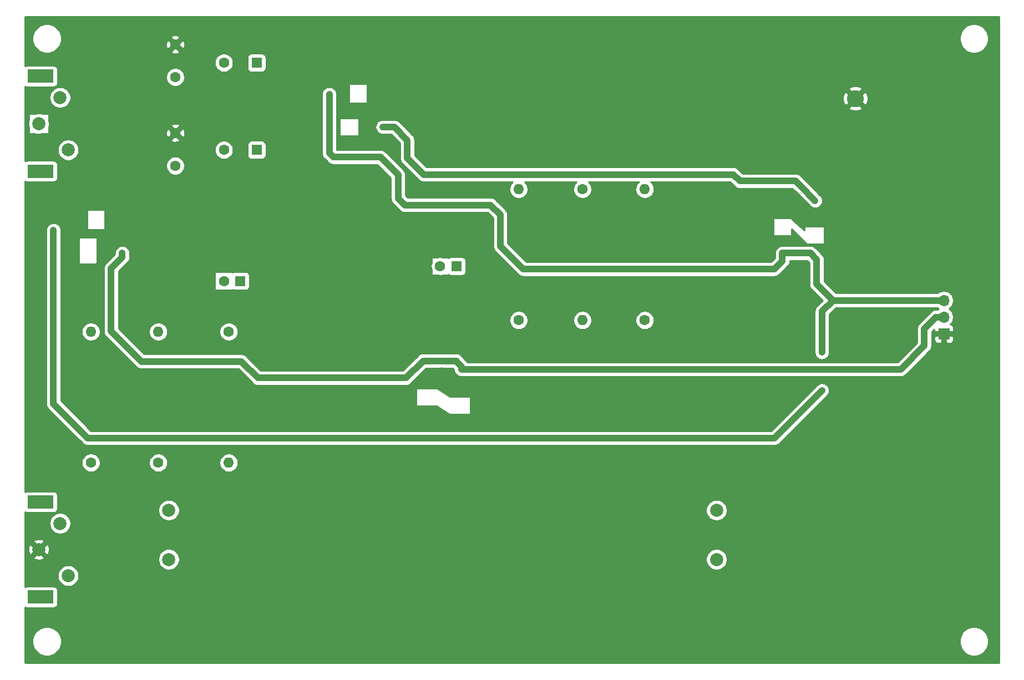
<source format=gbr>
G04 #@! TF.GenerationSoftware,KiCad,Pcbnew,(5.1.5-0)*
G04 #@! TF.CreationDate,2020-11-01T19:49:13+01:00*
G04 #@! TF.ProjectId,Phono preamp,50686f6e-6f20-4707-9265-616d702e6b69,rev?*
G04 #@! TF.SameCoordinates,Original*
G04 #@! TF.FileFunction,Copper,L2,Bot*
G04 #@! TF.FilePolarity,Positive*
%FSLAX46Y46*%
G04 Gerber Fmt 4.6, Leading zero omitted, Abs format (unit mm)*
G04 Created by KiCad (PCBNEW (5.1.5-0)) date 2020-11-01 19:49:13*
%MOMM*%
%LPD*%
G04 APERTURE LIST*
%ADD10O,1.700000X1.700000*%
%ADD11R,1.700000X1.700000*%
%ADD12C,2.600000*%
%ADD13C,2.000000*%
%ADD14R,4.000000X2.000000*%
%ADD15O,1.600000X1.600000*%
%ADD16C,1.600000*%
%ADD17R,1.600000X1.600000*%
%ADD18C,0.800000*%
%ADD19C,1.000000*%
%ADD20C,0.250000*%
G04 APERTURE END LIST*
D10*
X200900000Y-107970000D03*
X200900000Y-110510000D03*
D11*
X200900000Y-113050000D03*
D12*
X187400000Y-77150000D03*
D13*
X67250000Y-150000000D03*
X66000000Y-142000000D03*
X62750000Y-146000000D03*
D14*
X63000000Y-138750000D03*
X63000000Y-153250000D03*
D13*
X67250000Y-85000000D03*
X66000000Y-77000000D03*
X62750000Y-81000000D03*
D14*
X63000000Y-73750000D03*
X63000000Y-88250000D03*
D13*
X166200000Y-147500000D03*
X166200000Y-140000000D03*
D15*
X155250000Y-91000000D03*
D16*
X155250000Y-111000000D03*
D15*
X145750000Y-111000000D03*
D16*
X145750000Y-91000000D03*
D15*
X136000000Y-91000000D03*
D16*
X136000000Y-111000000D03*
X124000000Y-102750000D03*
D17*
X126500000Y-102750000D03*
D16*
X91000000Y-71700000D03*
D17*
X96000000Y-71700000D03*
D16*
X83600000Y-68900000D03*
X83600000Y-73900000D03*
D13*
X82600000Y-147500000D03*
X82600000Y-140000000D03*
D15*
X91750000Y-132750000D03*
D16*
X91750000Y-112750000D03*
D15*
X81000000Y-112750000D03*
D16*
X81000000Y-132750000D03*
D15*
X70700000Y-112750000D03*
D16*
X70700000Y-132750000D03*
X91000000Y-105000000D03*
D17*
X93500000Y-105000000D03*
D16*
X91000000Y-85000000D03*
D17*
X96000000Y-85000000D03*
D16*
X83600000Y-82400000D03*
X83600000Y-87400000D03*
D18*
X200250000Y-101350000D03*
X197000000Y-101350000D03*
X133000000Y-139400000D03*
X150800000Y-140700000D03*
X173500000Y-100400000D03*
X181250000Y-90000000D03*
X111000000Y-68250000D03*
X107500000Y-73250000D03*
X115250000Y-84500000D03*
X118750000Y-127000000D03*
X124200000Y-118600000D03*
X72000000Y-87000000D03*
X67000000Y-98500000D03*
X76000000Y-103500000D03*
X76400000Y-70000000D03*
X122000000Y-129000000D03*
X65000000Y-97250000D03*
X176250000Y-100750000D03*
X107100000Y-76500000D03*
X182300000Y-121700000D03*
X182300000Y-115900000D03*
X181250000Y-92750000D03*
X115250000Y-81500000D03*
X75500000Y-100750000D03*
X127250000Y-118500000D03*
D19*
X129250000Y-129000000D02*
X122000000Y-129000000D01*
X70250000Y-129000000D02*
X65000000Y-123750000D01*
X122000000Y-129000000D02*
X70250000Y-129000000D01*
X65000000Y-123750000D02*
X65000000Y-97250000D01*
X65000000Y-97250000D02*
X65000000Y-97250000D01*
X176250000Y-100750000D02*
X176250000Y-100750000D01*
X180500000Y-100750000D02*
X181500000Y-101750000D01*
X176250000Y-100750000D02*
X180500000Y-100750000D01*
X176250000Y-100750000D02*
X176250000Y-101950000D01*
X176250000Y-101950000D02*
X175000000Y-103200000D01*
X175000000Y-103200000D02*
X136700000Y-103200000D01*
X136700000Y-103200000D02*
X133200000Y-99700000D01*
X133200000Y-99700000D02*
X133200000Y-94900000D01*
X133200000Y-94900000D02*
X131700000Y-93400000D01*
X131700000Y-93400000D02*
X118600000Y-93400000D01*
X118600000Y-93400000D02*
X117600000Y-92400000D01*
X117600000Y-92400000D02*
X117600000Y-88800000D01*
X117600000Y-88800000D02*
X114900000Y-86100000D01*
X114900000Y-86100000D02*
X107700000Y-86100000D01*
X107700000Y-86100000D02*
X107100000Y-85500000D01*
X107100000Y-85500000D02*
X107100000Y-76500000D01*
X107100000Y-76500000D02*
X107100000Y-76500000D01*
X200900000Y-107970000D02*
X183970000Y-107970000D01*
X181500000Y-105500000D02*
X181500000Y-101750000D01*
X183970000Y-107970000D02*
X181500000Y-105500000D01*
X169000000Y-129000000D02*
X168500000Y-129000000D01*
X129250000Y-129000000D02*
X168500000Y-129000000D01*
X169000000Y-129000000D02*
X175000000Y-129000000D01*
X175000000Y-129000000D02*
X182300000Y-121700000D01*
X182300000Y-121700000D02*
X182300000Y-121700000D01*
X182300000Y-109640000D02*
X183970000Y-107970000D01*
X182300000Y-115900000D02*
X182300000Y-109640000D01*
X169750000Y-89750000D02*
X169499999Y-89499999D01*
X181250000Y-92750000D02*
X181250000Y-92750000D01*
X169750000Y-89750000D02*
X168750000Y-88750000D01*
X168750000Y-88750000D02*
X147750000Y-88750000D01*
X147750000Y-88750000D02*
X121500000Y-88750000D01*
X121500000Y-88750000D02*
X120500000Y-87750000D01*
X120500000Y-87750000D02*
X119000000Y-86250000D01*
X119000000Y-86250000D02*
X119000000Y-83500000D01*
X119000000Y-83500000D02*
X117000000Y-81500000D01*
X117000000Y-81500000D02*
X115250000Y-81500000D01*
X115250000Y-81500000D02*
X115250000Y-81500000D01*
X179000000Y-90500000D02*
X181250000Y-92750000D01*
X178250000Y-89750000D02*
X179000000Y-90500000D01*
X169750000Y-89750000D02*
X178250000Y-89750000D01*
X75500000Y-101375000D02*
X73800000Y-103075000D01*
X121400000Y-117200000D02*
X126500000Y-117200000D01*
X96200000Y-119800000D02*
X118800000Y-119800000D01*
X93700000Y-117300000D02*
X96200000Y-119800000D01*
X78400000Y-117300000D02*
X93700000Y-117300000D01*
X126500000Y-117200000D02*
X126500000Y-117300000D01*
X118800000Y-119800000D02*
X121400000Y-117200000D01*
X73800000Y-112700000D02*
X78400000Y-117300000D01*
X73800000Y-103075000D02*
X73800000Y-112700000D01*
X127250000Y-118050000D02*
X127250000Y-118500000D01*
X126500000Y-117300000D02*
X127250000Y-118050000D01*
X75500000Y-100750000D02*
X75500000Y-101375000D01*
X197900000Y-114900000D02*
X197900000Y-112307919D01*
X199697919Y-110510000D02*
X200900000Y-110510000D01*
X197900000Y-112307919D02*
X199697919Y-110510000D01*
X194300000Y-118500000D02*
X197900000Y-114900000D01*
X127250000Y-118500000D02*
X194300000Y-118500000D01*
D20*
G36*
X209317001Y-163317000D02*
G01*
X60683000Y-163317000D01*
X60683000Y-159780069D01*
X61767000Y-159780069D01*
X61767000Y-160219931D01*
X61852812Y-160651342D01*
X62021141Y-161057722D01*
X62265515Y-161423455D01*
X62576545Y-161734485D01*
X62942278Y-161978859D01*
X63348658Y-162147188D01*
X63780069Y-162233000D01*
X64219931Y-162233000D01*
X64651342Y-162147188D01*
X65057722Y-161978859D01*
X65423455Y-161734485D01*
X65734485Y-161423455D01*
X65978859Y-161057722D01*
X66147188Y-160651342D01*
X66233000Y-160219931D01*
X66233000Y-159780069D01*
X203267000Y-159780069D01*
X203267000Y-160219931D01*
X203352812Y-160651342D01*
X203521141Y-161057722D01*
X203765515Y-161423455D01*
X204076545Y-161734485D01*
X204442278Y-161978859D01*
X204848658Y-162147188D01*
X205280069Y-162233000D01*
X205719931Y-162233000D01*
X206151342Y-162147188D01*
X206557722Y-161978859D01*
X206923455Y-161734485D01*
X207234485Y-161423455D01*
X207478859Y-161057722D01*
X207647188Y-160651342D01*
X207733000Y-160219931D01*
X207733000Y-159780069D01*
X207647188Y-159348658D01*
X207478859Y-158942278D01*
X207234485Y-158576545D01*
X206923455Y-158265515D01*
X206557722Y-158021141D01*
X206151342Y-157852812D01*
X205719931Y-157767000D01*
X205280069Y-157767000D01*
X204848658Y-157852812D01*
X204442278Y-158021141D01*
X204076545Y-158265515D01*
X203765515Y-158576545D01*
X203521141Y-158942278D01*
X203352812Y-159348658D01*
X203267000Y-159780069D01*
X66233000Y-159780069D01*
X66147188Y-159348658D01*
X65978859Y-158942278D01*
X65734485Y-158576545D01*
X65423455Y-158265515D01*
X65057722Y-158021141D01*
X64651342Y-157852812D01*
X64219931Y-157767000D01*
X63780069Y-157767000D01*
X63348658Y-157852812D01*
X62942278Y-158021141D01*
X62576545Y-158265515D01*
X62265515Y-158576545D01*
X62021141Y-158942278D01*
X61852812Y-159348658D01*
X61767000Y-159780069D01*
X60683000Y-159780069D01*
X60683000Y-154798310D01*
X60756590Y-154837645D01*
X60875910Y-154873840D01*
X61000000Y-154886062D01*
X65000000Y-154886062D01*
X65124090Y-154873840D01*
X65243410Y-154837645D01*
X65353377Y-154778866D01*
X65449764Y-154699764D01*
X65528866Y-154603377D01*
X65587645Y-154493410D01*
X65623840Y-154374090D01*
X65636062Y-154250000D01*
X65636062Y-152250000D01*
X65623840Y-152125910D01*
X65587645Y-152006590D01*
X65528866Y-151896623D01*
X65449764Y-151800236D01*
X65353377Y-151721134D01*
X65243410Y-151662355D01*
X65124090Y-151626160D01*
X65000000Y-151613938D01*
X61000000Y-151613938D01*
X60875910Y-151626160D01*
X60756590Y-151662355D01*
X60683000Y-151701690D01*
X60683000Y-149839164D01*
X65617000Y-149839164D01*
X65617000Y-150160836D01*
X65679756Y-150476328D01*
X65802855Y-150773515D01*
X65981566Y-151040977D01*
X66209023Y-151268434D01*
X66476485Y-151447145D01*
X66773672Y-151570244D01*
X67089164Y-151633000D01*
X67410836Y-151633000D01*
X67726328Y-151570244D01*
X68023515Y-151447145D01*
X68290977Y-151268434D01*
X68518434Y-151040977D01*
X68697145Y-150773515D01*
X68820244Y-150476328D01*
X68883000Y-150160836D01*
X68883000Y-149839164D01*
X68820244Y-149523672D01*
X68697145Y-149226485D01*
X68518434Y-148959023D01*
X68290977Y-148731566D01*
X68023515Y-148552855D01*
X67726328Y-148429756D01*
X67410836Y-148367000D01*
X67089164Y-148367000D01*
X66773672Y-148429756D01*
X66476485Y-148552855D01*
X66209023Y-148731566D01*
X65981566Y-148959023D01*
X65802855Y-149226485D01*
X65679756Y-149523672D01*
X65617000Y-149839164D01*
X60683000Y-149839164D01*
X60683000Y-147220310D01*
X61918599Y-147220310D01*
X62026417Y-147463785D01*
X62325891Y-147576823D01*
X62641663Y-147629265D01*
X62961598Y-147619094D01*
X63273402Y-147546703D01*
X63473583Y-147463785D01*
X63528768Y-147339164D01*
X80967000Y-147339164D01*
X80967000Y-147660836D01*
X81029756Y-147976328D01*
X81152855Y-148273515D01*
X81331566Y-148540977D01*
X81559023Y-148768434D01*
X81826485Y-148947145D01*
X82123672Y-149070244D01*
X82439164Y-149133000D01*
X82760836Y-149133000D01*
X83076328Y-149070244D01*
X83373515Y-148947145D01*
X83640977Y-148768434D01*
X83868434Y-148540977D01*
X84047145Y-148273515D01*
X84170244Y-147976328D01*
X84233000Y-147660836D01*
X84233000Y-147339164D01*
X164567000Y-147339164D01*
X164567000Y-147660836D01*
X164629756Y-147976328D01*
X164752855Y-148273515D01*
X164931566Y-148540977D01*
X165159023Y-148768434D01*
X165426485Y-148947145D01*
X165723672Y-149070244D01*
X166039164Y-149133000D01*
X166360836Y-149133000D01*
X166676328Y-149070244D01*
X166973515Y-148947145D01*
X167240977Y-148768434D01*
X167468434Y-148540977D01*
X167647145Y-148273515D01*
X167770244Y-147976328D01*
X167833000Y-147660836D01*
X167833000Y-147339164D01*
X167770244Y-147023672D01*
X167647145Y-146726485D01*
X167468434Y-146459023D01*
X167240977Y-146231566D01*
X166973515Y-146052855D01*
X166676328Y-145929756D01*
X166360836Y-145867000D01*
X166039164Y-145867000D01*
X165723672Y-145929756D01*
X165426485Y-146052855D01*
X165159023Y-146231566D01*
X164931566Y-146459023D01*
X164752855Y-146726485D01*
X164629756Y-147023672D01*
X164567000Y-147339164D01*
X84233000Y-147339164D01*
X84170244Y-147023672D01*
X84047145Y-146726485D01*
X83868434Y-146459023D01*
X83640977Y-146231566D01*
X83373515Y-146052855D01*
X83076328Y-145929756D01*
X82760836Y-145867000D01*
X82439164Y-145867000D01*
X82123672Y-145929756D01*
X81826485Y-146052855D01*
X81559023Y-146231566D01*
X81331566Y-146459023D01*
X81152855Y-146726485D01*
X81029756Y-147023672D01*
X80967000Y-147339164D01*
X63528768Y-147339164D01*
X63581401Y-147220310D01*
X62750000Y-146388909D01*
X61918599Y-147220310D01*
X60683000Y-147220310D01*
X60683000Y-145891663D01*
X61120735Y-145891663D01*
X61130906Y-146211598D01*
X61203297Y-146523402D01*
X61286215Y-146723583D01*
X61529690Y-146831401D01*
X62361091Y-146000000D01*
X63138909Y-146000000D01*
X63970310Y-146831401D01*
X64213785Y-146723583D01*
X64326823Y-146424109D01*
X64379265Y-146108337D01*
X64369094Y-145788402D01*
X64296703Y-145476598D01*
X64213785Y-145276417D01*
X63970310Y-145168599D01*
X63138909Y-146000000D01*
X62361091Y-146000000D01*
X61529690Y-145168599D01*
X61286215Y-145276417D01*
X61173177Y-145575891D01*
X61120735Y-145891663D01*
X60683000Y-145891663D01*
X60683000Y-144779690D01*
X61918599Y-144779690D01*
X62750000Y-145611091D01*
X63581401Y-144779690D01*
X63473583Y-144536215D01*
X63174109Y-144423177D01*
X62858337Y-144370735D01*
X62538402Y-144380906D01*
X62226598Y-144453297D01*
X62026417Y-144536215D01*
X61918599Y-144779690D01*
X60683000Y-144779690D01*
X60683000Y-141839164D01*
X64367000Y-141839164D01*
X64367000Y-142160836D01*
X64429756Y-142476328D01*
X64552855Y-142773515D01*
X64731566Y-143040977D01*
X64959023Y-143268434D01*
X65226485Y-143447145D01*
X65523672Y-143570244D01*
X65839164Y-143633000D01*
X66160836Y-143633000D01*
X66476328Y-143570244D01*
X66773515Y-143447145D01*
X67040977Y-143268434D01*
X67268434Y-143040977D01*
X67447145Y-142773515D01*
X67570244Y-142476328D01*
X67633000Y-142160836D01*
X67633000Y-141839164D01*
X67570244Y-141523672D01*
X67447145Y-141226485D01*
X67268434Y-140959023D01*
X67040977Y-140731566D01*
X66773515Y-140552855D01*
X66476328Y-140429756D01*
X66160836Y-140367000D01*
X65839164Y-140367000D01*
X65523672Y-140429756D01*
X65226485Y-140552855D01*
X64959023Y-140731566D01*
X64731566Y-140959023D01*
X64552855Y-141226485D01*
X64429756Y-141523672D01*
X64367000Y-141839164D01*
X60683000Y-141839164D01*
X60683000Y-140298310D01*
X60756590Y-140337645D01*
X60875910Y-140373840D01*
X61000000Y-140386062D01*
X65000000Y-140386062D01*
X65124090Y-140373840D01*
X65243410Y-140337645D01*
X65353377Y-140278866D01*
X65449764Y-140199764D01*
X65528866Y-140103377D01*
X65587645Y-139993410D01*
X65623840Y-139874090D01*
X65627279Y-139839164D01*
X80967000Y-139839164D01*
X80967000Y-140160836D01*
X81029756Y-140476328D01*
X81152855Y-140773515D01*
X81331566Y-141040977D01*
X81559023Y-141268434D01*
X81826485Y-141447145D01*
X82123672Y-141570244D01*
X82439164Y-141633000D01*
X82760836Y-141633000D01*
X83076328Y-141570244D01*
X83373515Y-141447145D01*
X83640977Y-141268434D01*
X83868434Y-141040977D01*
X84047145Y-140773515D01*
X84170244Y-140476328D01*
X84233000Y-140160836D01*
X84233000Y-139839164D01*
X164567000Y-139839164D01*
X164567000Y-140160836D01*
X164629756Y-140476328D01*
X164752855Y-140773515D01*
X164931566Y-141040977D01*
X165159023Y-141268434D01*
X165426485Y-141447145D01*
X165723672Y-141570244D01*
X166039164Y-141633000D01*
X166360836Y-141633000D01*
X166676328Y-141570244D01*
X166973515Y-141447145D01*
X167240977Y-141268434D01*
X167468434Y-141040977D01*
X167647145Y-140773515D01*
X167770244Y-140476328D01*
X167833000Y-140160836D01*
X167833000Y-139839164D01*
X167770244Y-139523672D01*
X167647145Y-139226485D01*
X167468434Y-138959023D01*
X167240977Y-138731566D01*
X166973515Y-138552855D01*
X166676328Y-138429756D01*
X166360836Y-138367000D01*
X166039164Y-138367000D01*
X165723672Y-138429756D01*
X165426485Y-138552855D01*
X165159023Y-138731566D01*
X164931566Y-138959023D01*
X164752855Y-139226485D01*
X164629756Y-139523672D01*
X164567000Y-139839164D01*
X84233000Y-139839164D01*
X84170244Y-139523672D01*
X84047145Y-139226485D01*
X83868434Y-138959023D01*
X83640977Y-138731566D01*
X83373515Y-138552855D01*
X83076328Y-138429756D01*
X82760836Y-138367000D01*
X82439164Y-138367000D01*
X82123672Y-138429756D01*
X81826485Y-138552855D01*
X81559023Y-138731566D01*
X81331566Y-138959023D01*
X81152855Y-139226485D01*
X81029756Y-139523672D01*
X80967000Y-139839164D01*
X65627279Y-139839164D01*
X65636062Y-139750000D01*
X65636062Y-137750000D01*
X65623840Y-137625910D01*
X65587645Y-137506590D01*
X65528866Y-137396623D01*
X65449764Y-137300236D01*
X65353377Y-137221134D01*
X65243410Y-137162355D01*
X65124090Y-137126160D01*
X65000000Y-137113938D01*
X61000000Y-137113938D01*
X60875910Y-137126160D01*
X60756590Y-137162355D01*
X60683000Y-137201690D01*
X60683000Y-132608862D01*
X69267000Y-132608862D01*
X69267000Y-132891138D01*
X69322069Y-133167991D01*
X69430092Y-133428780D01*
X69586916Y-133663484D01*
X69786516Y-133863084D01*
X70021220Y-134019908D01*
X70282009Y-134127931D01*
X70558862Y-134183000D01*
X70841138Y-134183000D01*
X71117991Y-134127931D01*
X71378780Y-134019908D01*
X71613484Y-133863084D01*
X71813084Y-133663484D01*
X71969908Y-133428780D01*
X72077931Y-133167991D01*
X72133000Y-132891138D01*
X72133000Y-132608862D01*
X79567000Y-132608862D01*
X79567000Y-132891138D01*
X79622069Y-133167991D01*
X79730092Y-133428780D01*
X79886916Y-133663484D01*
X80086516Y-133863084D01*
X80321220Y-134019908D01*
X80582009Y-134127931D01*
X80858862Y-134183000D01*
X81141138Y-134183000D01*
X81417991Y-134127931D01*
X81678780Y-134019908D01*
X81913484Y-133863084D01*
X82113084Y-133663484D01*
X82269908Y-133428780D01*
X82377931Y-133167991D01*
X82433000Y-132891138D01*
X82433000Y-132608862D01*
X90317000Y-132608862D01*
X90317000Y-132891138D01*
X90372069Y-133167991D01*
X90480092Y-133428780D01*
X90636916Y-133663484D01*
X90836516Y-133863084D01*
X91071220Y-134019908D01*
X91332009Y-134127931D01*
X91608862Y-134183000D01*
X91891138Y-134183000D01*
X92167991Y-134127931D01*
X92428780Y-134019908D01*
X92663484Y-133863084D01*
X92863084Y-133663484D01*
X93019908Y-133428780D01*
X93127931Y-133167991D01*
X93183000Y-132891138D01*
X93183000Y-132608862D01*
X93127931Y-132332009D01*
X93019908Y-132071220D01*
X92863084Y-131836516D01*
X92663484Y-131636916D01*
X92428780Y-131480092D01*
X92167991Y-131372069D01*
X91891138Y-131317000D01*
X91608862Y-131317000D01*
X91332009Y-131372069D01*
X91071220Y-131480092D01*
X90836516Y-131636916D01*
X90636916Y-131836516D01*
X90480092Y-132071220D01*
X90372069Y-132332009D01*
X90317000Y-132608862D01*
X82433000Y-132608862D01*
X82377931Y-132332009D01*
X82269908Y-132071220D01*
X82113084Y-131836516D01*
X81913484Y-131636916D01*
X81678780Y-131480092D01*
X81417991Y-131372069D01*
X81141138Y-131317000D01*
X80858862Y-131317000D01*
X80582009Y-131372069D01*
X80321220Y-131480092D01*
X80086516Y-131636916D01*
X79886916Y-131836516D01*
X79730092Y-132071220D01*
X79622069Y-132332009D01*
X79567000Y-132608862D01*
X72133000Y-132608862D01*
X72077931Y-132332009D01*
X71969908Y-132071220D01*
X71813084Y-131836516D01*
X71613484Y-131636916D01*
X71378780Y-131480092D01*
X71117991Y-131372069D01*
X70841138Y-131317000D01*
X70558862Y-131317000D01*
X70282009Y-131372069D01*
X70021220Y-131480092D01*
X69786516Y-131636916D01*
X69586916Y-131836516D01*
X69430092Y-132071220D01*
X69322069Y-132332009D01*
X69267000Y-132608862D01*
X60683000Y-132608862D01*
X60683000Y-97250000D01*
X63861518Y-97250000D01*
X63867001Y-97305669D01*
X63867000Y-123694349D01*
X63861519Y-123750000D01*
X63867000Y-123805651D01*
X63867000Y-123805658D01*
X63883394Y-123972106D01*
X63948180Y-124185677D01*
X64053387Y-124382507D01*
X64194972Y-124555028D01*
X64238208Y-124590511D01*
X69409493Y-129761797D01*
X69444972Y-129805028D01*
X69617493Y-129946613D01*
X69814322Y-130051820D01*
X70027893Y-130116606D01*
X70194341Y-130133000D01*
X70194348Y-130133000D01*
X70249999Y-130138481D01*
X70305650Y-130133000D01*
X174944349Y-130133000D01*
X175000000Y-130138481D01*
X175055651Y-130133000D01*
X175055659Y-130133000D01*
X175222107Y-130116606D01*
X175435678Y-130051820D01*
X175632507Y-129946613D01*
X175805028Y-129805028D01*
X175840511Y-129761792D01*
X183061797Y-122540507D01*
X183105028Y-122505028D01*
X183246613Y-122332507D01*
X183351820Y-122135678D01*
X183416606Y-121922107D01*
X183438482Y-121700000D01*
X183416606Y-121477893D01*
X183351820Y-121264322D01*
X183246613Y-121067493D01*
X183105028Y-120894972D01*
X182932507Y-120753387D01*
X182735678Y-120648180D01*
X182522107Y-120583394D01*
X182355659Y-120567000D01*
X182355650Y-120567000D01*
X182299999Y-120561519D01*
X182244348Y-120567000D01*
X182244341Y-120567000D01*
X182077893Y-120583394D01*
X181864322Y-120648180D01*
X181680166Y-120746613D01*
X181667493Y-120753387D01*
X181547553Y-120851820D01*
X181494972Y-120894972D01*
X181459493Y-120938203D01*
X174530697Y-127867000D01*
X70719304Y-127867000D01*
X66133000Y-123280697D01*
X66133000Y-121500000D01*
X120375000Y-121500000D01*
X120375000Y-124000000D01*
X120377402Y-124024386D01*
X120384515Y-124047835D01*
X120396066Y-124069446D01*
X120411612Y-124088388D01*
X120430554Y-124103934D01*
X120452165Y-124115485D01*
X120475614Y-124122598D01*
X120500000Y-124125000D01*
X123464150Y-124125000D01*
X125433750Y-125356000D01*
X125452165Y-125365485D01*
X125475614Y-125372598D01*
X125500000Y-125375000D01*
X128500000Y-125375000D01*
X128524386Y-125372598D01*
X128547835Y-125365485D01*
X128569446Y-125353934D01*
X128588388Y-125338388D01*
X128603934Y-125319446D01*
X128615485Y-125297835D01*
X128622598Y-125274386D01*
X128625000Y-125250000D01*
X128625000Y-122750000D01*
X128622598Y-122725614D01*
X128615485Y-122702165D01*
X128603934Y-122680554D01*
X128588388Y-122661612D01*
X128569446Y-122646066D01*
X128547835Y-122634515D01*
X128524386Y-122627402D01*
X128500000Y-122625000D01*
X125535850Y-122625000D01*
X123566250Y-121394000D01*
X123547835Y-121384515D01*
X123524386Y-121377402D01*
X123500000Y-121375000D01*
X120500000Y-121375000D01*
X120475614Y-121377402D01*
X120452165Y-121384515D01*
X120430554Y-121396066D01*
X120411612Y-121411612D01*
X120396066Y-121430554D01*
X120384515Y-121452165D01*
X120377402Y-121475614D01*
X120375000Y-121500000D01*
X66133000Y-121500000D01*
X66133000Y-112608862D01*
X69267000Y-112608862D01*
X69267000Y-112891138D01*
X69322069Y-113167991D01*
X69430092Y-113428780D01*
X69586916Y-113663484D01*
X69786516Y-113863084D01*
X70021220Y-114019908D01*
X70282009Y-114127931D01*
X70558862Y-114183000D01*
X70841138Y-114183000D01*
X71117991Y-114127931D01*
X71378780Y-114019908D01*
X71613484Y-113863084D01*
X71813084Y-113663484D01*
X71969908Y-113428780D01*
X72077931Y-113167991D01*
X72133000Y-112891138D01*
X72133000Y-112608862D01*
X72077931Y-112332009D01*
X71969908Y-112071220D01*
X71813084Y-111836516D01*
X71613484Y-111636916D01*
X71378780Y-111480092D01*
X71117991Y-111372069D01*
X70841138Y-111317000D01*
X70558862Y-111317000D01*
X70282009Y-111372069D01*
X70021220Y-111480092D01*
X69786516Y-111636916D01*
X69586916Y-111836516D01*
X69430092Y-112071220D01*
X69322069Y-112332009D01*
X69267000Y-112608862D01*
X66133000Y-112608862D01*
X66133000Y-103075000D01*
X72661519Y-103075000D01*
X72667000Y-103130651D01*
X72667001Y-112644339D01*
X72661519Y-112700000D01*
X72683394Y-112922106D01*
X72748181Y-113135678D01*
X72853387Y-113332506D01*
X72932398Y-113428780D01*
X72994973Y-113505028D01*
X73038204Y-113540507D01*
X77559491Y-118061795D01*
X77594972Y-118105028D01*
X77767493Y-118246613D01*
X77964322Y-118351820D01*
X78177893Y-118416606D01*
X78344341Y-118433000D01*
X78344348Y-118433000D01*
X78399999Y-118438481D01*
X78455650Y-118433000D01*
X93230697Y-118433000D01*
X95359493Y-120561797D01*
X95394972Y-120605028D01*
X95438203Y-120640507D01*
X95438204Y-120640508D01*
X95447554Y-120648181D01*
X95567493Y-120746613D01*
X95764322Y-120851820D01*
X95977893Y-120916606D01*
X96144341Y-120933000D01*
X96144349Y-120933000D01*
X96200000Y-120938481D01*
X96255651Y-120933000D01*
X118744349Y-120933000D01*
X118800000Y-120938481D01*
X118855651Y-120933000D01*
X118855659Y-120933000D01*
X119022107Y-120916606D01*
X119235678Y-120851820D01*
X119432507Y-120746613D01*
X119605028Y-120605028D01*
X119640511Y-120561792D01*
X121869304Y-118333000D01*
X125930697Y-118333000D01*
X126113028Y-118515331D01*
X126133394Y-118722107D01*
X126198180Y-118935678D01*
X126303387Y-119132507D01*
X126444972Y-119305028D01*
X126617493Y-119446613D01*
X126814322Y-119551820D01*
X127027893Y-119616606D01*
X127194341Y-119633000D01*
X127194342Y-119633000D01*
X127250000Y-119638482D01*
X127305659Y-119633000D01*
X194244349Y-119633000D01*
X194300000Y-119638481D01*
X194355651Y-119633000D01*
X194355659Y-119633000D01*
X194522107Y-119616606D01*
X194735678Y-119551820D01*
X194932507Y-119446613D01*
X195105028Y-119305028D01*
X195140511Y-119261792D01*
X198661797Y-115740507D01*
X198705028Y-115705028D01*
X198846613Y-115532507D01*
X198911725Y-115410691D01*
X198951820Y-115335679D01*
X199016606Y-115122107D01*
X199019018Y-115097617D01*
X199033000Y-114955659D01*
X199033000Y-114955651D01*
X199038481Y-114900000D01*
X199033000Y-114844349D01*
X199033000Y-113900000D01*
X199421976Y-113900000D01*
X199434043Y-114022521D01*
X199469781Y-114140334D01*
X199527817Y-114248911D01*
X199605920Y-114344080D01*
X199701089Y-114422183D01*
X199809666Y-114480219D01*
X199927479Y-114515957D01*
X200050000Y-114528024D01*
X200468750Y-114525000D01*
X200625000Y-114368750D01*
X200625000Y-113325000D01*
X201175000Y-113325000D01*
X201175000Y-114368750D01*
X201331250Y-114525000D01*
X201750000Y-114528024D01*
X201872521Y-114515957D01*
X201990334Y-114480219D01*
X202098911Y-114422183D01*
X202194080Y-114344080D01*
X202272183Y-114248911D01*
X202330219Y-114140334D01*
X202365957Y-114022521D01*
X202378024Y-113900000D01*
X202375000Y-113481250D01*
X202218750Y-113325000D01*
X201175000Y-113325000D01*
X200625000Y-113325000D01*
X199581250Y-113325000D01*
X199425000Y-113481250D01*
X199421976Y-113900000D01*
X199033000Y-113900000D01*
X199033000Y-112777222D01*
X199423326Y-112386897D01*
X199425000Y-112618750D01*
X199581250Y-112775000D01*
X200625000Y-112775000D01*
X200625000Y-112755000D01*
X201175000Y-112755000D01*
X201175000Y-112775000D01*
X202218750Y-112775000D01*
X202375000Y-112618750D01*
X202378024Y-112200000D01*
X202365957Y-112077479D01*
X202330219Y-111959666D01*
X202272183Y-111851089D01*
X202194080Y-111755920D01*
X202098911Y-111677817D01*
X201990334Y-111619781D01*
X201911433Y-111595847D01*
X202051922Y-111455358D01*
X202214218Y-111212464D01*
X202326010Y-110942575D01*
X202383000Y-110656063D01*
X202383000Y-110363937D01*
X202326010Y-110077425D01*
X202214218Y-109807536D01*
X202051922Y-109564642D01*
X201845358Y-109358078D01*
X201668641Y-109240000D01*
X201845358Y-109121922D01*
X202051922Y-108915358D01*
X202214218Y-108672464D01*
X202326010Y-108402575D01*
X202383000Y-108116063D01*
X202383000Y-107823937D01*
X202326010Y-107537425D01*
X202214218Y-107267536D01*
X202051922Y-107024642D01*
X201845358Y-106818078D01*
X201602464Y-106655782D01*
X201332575Y-106543990D01*
X201046063Y-106487000D01*
X200753937Y-106487000D01*
X200467425Y-106543990D01*
X200197536Y-106655782D01*
X199954642Y-106818078D01*
X199935720Y-106837000D01*
X184439304Y-106837000D01*
X182633000Y-105030697D01*
X182633000Y-101805651D01*
X182638481Y-101750000D01*
X182633000Y-101694349D01*
X182633000Y-101694341D01*
X182616606Y-101527893D01*
X182551820Y-101314322D01*
X182446613Y-101117493D01*
X182305028Y-100944972D01*
X182261797Y-100909493D01*
X181340511Y-99988208D01*
X181305028Y-99944972D01*
X181132507Y-99803387D01*
X180935678Y-99698180D01*
X180722107Y-99633394D01*
X180555659Y-99617000D01*
X180555651Y-99617000D01*
X180500000Y-99611519D01*
X180444349Y-99617000D01*
X176305658Y-99617000D01*
X176250000Y-99611518D01*
X176194341Y-99617000D01*
X176027893Y-99633394D01*
X175814322Y-99698180D01*
X175617493Y-99803387D01*
X175444972Y-99944972D01*
X175303387Y-100117493D01*
X175198180Y-100314322D01*
X175133394Y-100527893D01*
X175111518Y-100750000D01*
X175117000Y-100805659D01*
X175117000Y-101480696D01*
X174530697Y-102067000D01*
X137169304Y-102067000D01*
X134333000Y-99230697D01*
X134333000Y-95500000D01*
X174875000Y-95500000D01*
X174875000Y-98000000D01*
X174877402Y-98024386D01*
X174884515Y-98047835D01*
X174896066Y-98069446D01*
X174911612Y-98088388D01*
X174930554Y-98103934D01*
X174952165Y-98115485D01*
X174975614Y-98122598D01*
X175000000Y-98125000D01*
X177500000Y-98125000D01*
X177524386Y-98122598D01*
X177547835Y-98115485D01*
X177569446Y-98103934D01*
X177588388Y-98088388D01*
X177603934Y-98069446D01*
X177615485Y-98047835D01*
X177622598Y-98024386D01*
X177625000Y-98000000D01*
X177625000Y-97051776D01*
X179911612Y-99338388D01*
X179930554Y-99353934D01*
X179952165Y-99365485D01*
X179975614Y-99372598D01*
X180000000Y-99375000D01*
X182500000Y-99375000D01*
X182524386Y-99372598D01*
X182547835Y-99365485D01*
X182569446Y-99353934D01*
X182588388Y-99338388D01*
X182603934Y-99319446D01*
X182615485Y-99297835D01*
X182622598Y-99274386D01*
X182625000Y-99250000D01*
X182625000Y-96750000D01*
X182622598Y-96725614D01*
X182615485Y-96702165D01*
X182603934Y-96680554D01*
X182588388Y-96661612D01*
X182569446Y-96646066D01*
X182547835Y-96634515D01*
X182524386Y-96627402D01*
X182500000Y-96625000D01*
X179750000Y-96625000D01*
X179725614Y-96627402D01*
X179702165Y-96634515D01*
X179680554Y-96646066D01*
X179661612Y-96661612D01*
X179646066Y-96680554D01*
X179634515Y-96702165D01*
X179627402Y-96725614D01*
X179625000Y-96750000D01*
X179625000Y-97233120D01*
X178334373Y-96157597D01*
X177588388Y-95411612D01*
X177569446Y-95396066D01*
X177547835Y-95384515D01*
X177524386Y-95377402D01*
X177500000Y-95375000D01*
X175000000Y-95375000D01*
X174975614Y-95377402D01*
X174952165Y-95384515D01*
X174930554Y-95396066D01*
X174911612Y-95411612D01*
X174896066Y-95430554D01*
X174884515Y-95452165D01*
X174877402Y-95475614D01*
X174875000Y-95500000D01*
X134333000Y-95500000D01*
X134333000Y-94955650D01*
X134338481Y-94899999D01*
X134333000Y-94844348D01*
X134333000Y-94844341D01*
X134316606Y-94677893D01*
X134251820Y-94464322D01*
X134146613Y-94267493D01*
X134005028Y-94094972D01*
X133961797Y-94059493D01*
X132540511Y-92638208D01*
X132505028Y-92594972D01*
X132332507Y-92453387D01*
X132135678Y-92348180D01*
X131922107Y-92283394D01*
X131755659Y-92267000D01*
X131755651Y-92267000D01*
X131700000Y-92261519D01*
X131644349Y-92267000D01*
X119069304Y-92267000D01*
X118733000Y-91930697D01*
X118733000Y-88855651D01*
X118738481Y-88800000D01*
X118733000Y-88744349D01*
X118733000Y-88744341D01*
X118716606Y-88577893D01*
X118651820Y-88364322D01*
X118546613Y-88167493D01*
X118405028Y-87994972D01*
X118361797Y-87959493D01*
X115740511Y-85338208D01*
X115705028Y-85294972D01*
X115532507Y-85153387D01*
X115335678Y-85048180D01*
X115122107Y-84983394D01*
X114955659Y-84967000D01*
X114955651Y-84967000D01*
X114900000Y-84961519D01*
X114844349Y-84967000D01*
X108233000Y-84967000D01*
X108233000Y-80250000D01*
X108625000Y-80250000D01*
X108625000Y-82750000D01*
X108627402Y-82774386D01*
X108634515Y-82797835D01*
X108646066Y-82819446D01*
X108661612Y-82838388D01*
X108680554Y-82853934D01*
X108702165Y-82865485D01*
X108725614Y-82872598D01*
X108750000Y-82875000D01*
X111500000Y-82875000D01*
X111524386Y-82872598D01*
X111547835Y-82865485D01*
X111569446Y-82853934D01*
X111588388Y-82838388D01*
X111603934Y-82819446D01*
X111615485Y-82797835D01*
X111622598Y-82774386D01*
X111625000Y-82750000D01*
X111625000Y-81500000D01*
X114111518Y-81500000D01*
X114133394Y-81722107D01*
X114198180Y-81935678D01*
X114303387Y-82132507D01*
X114444972Y-82305028D01*
X114617493Y-82446613D01*
X114814322Y-82551820D01*
X115027893Y-82616606D01*
X115194341Y-82633000D01*
X116530697Y-82633000D01*
X117867001Y-83969305D01*
X117867000Y-86194349D01*
X117861519Y-86250000D01*
X117867000Y-86305651D01*
X117867000Y-86305658D01*
X117883394Y-86472106D01*
X117948180Y-86685677D01*
X118053387Y-86882507D01*
X118194972Y-87055028D01*
X118238208Y-87090511D01*
X119738204Y-88590508D01*
X119738209Y-88590512D01*
X120659491Y-89511795D01*
X120694972Y-89555028D01*
X120738203Y-89590507D01*
X120738205Y-89590509D01*
X120753885Y-89603377D01*
X120867493Y-89696613D01*
X121064322Y-89801820D01*
X121277893Y-89866606D01*
X121444341Y-89883000D01*
X121444349Y-89883000D01*
X121500000Y-89888481D01*
X121555651Y-89883000D01*
X135092377Y-89883000D01*
X135086516Y-89886916D01*
X134886916Y-90086516D01*
X134730092Y-90321220D01*
X134622069Y-90582009D01*
X134567000Y-90858862D01*
X134567000Y-91141138D01*
X134622069Y-91417991D01*
X134730092Y-91678780D01*
X134886916Y-91913484D01*
X135086516Y-92113084D01*
X135321220Y-92269908D01*
X135582009Y-92377931D01*
X135858862Y-92433000D01*
X136141138Y-92433000D01*
X136417991Y-92377931D01*
X136678780Y-92269908D01*
X136913484Y-92113084D01*
X137113084Y-91913484D01*
X137269908Y-91678780D01*
X137377931Y-91417991D01*
X137433000Y-91141138D01*
X137433000Y-90858862D01*
X137377931Y-90582009D01*
X137269908Y-90321220D01*
X137113084Y-90086516D01*
X136913484Y-89886916D01*
X136907623Y-89883000D01*
X144842377Y-89883000D01*
X144836516Y-89886916D01*
X144636916Y-90086516D01*
X144480092Y-90321220D01*
X144372069Y-90582009D01*
X144317000Y-90858862D01*
X144317000Y-91141138D01*
X144372069Y-91417991D01*
X144480092Y-91678780D01*
X144636916Y-91913484D01*
X144836516Y-92113084D01*
X145071220Y-92269908D01*
X145332009Y-92377931D01*
X145608862Y-92433000D01*
X145891138Y-92433000D01*
X146167991Y-92377931D01*
X146428780Y-92269908D01*
X146663484Y-92113084D01*
X146863084Y-91913484D01*
X147019908Y-91678780D01*
X147127931Y-91417991D01*
X147183000Y-91141138D01*
X147183000Y-90858862D01*
X147127931Y-90582009D01*
X147019908Y-90321220D01*
X146863084Y-90086516D01*
X146663484Y-89886916D01*
X146657623Y-89883000D01*
X154342377Y-89883000D01*
X154336516Y-89886916D01*
X154136916Y-90086516D01*
X153980092Y-90321220D01*
X153872069Y-90582009D01*
X153817000Y-90858862D01*
X153817000Y-91141138D01*
X153872069Y-91417991D01*
X153980092Y-91678780D01*
X154136916Y-91913484D01*
X154336516Y-92113084D01*
X154571220Y-92269908D01*
X154832009Y-92377931D01*
X155108862Y-92433000D01*
X155391138Y-92433000D01*
X155667991Y-92377931D01*
X155928780Y-92269908D01*
X156163484Y-92113084D01*
X156363084Y-91913484D01*
X156519908Y-91678780D01*
X156627931Y-91417991D01*
X156683000Y-91141138D01*
X156683000Y-90858862D01*
X156627931Y-90582009D01*
X156519908Y-90321220D01*
X156363084Y-90086516D01*
X156163484Y-89886916D01*
X156157623Y-89883000D01*
X168280697Y-89883000D01*
X168909491Y-90511795D01*
X168944972Y-90555028D01*
X168988203Y-90590507D01*
X168988205Y-90590509D01*
X169032306Y-90626701D01*
X169117493Y-90696613D01*
X169314322Y-90801820D01*
X169527893Y-90866606D01*
X169694341Y-90883000D01*
X169694349Y-90883000D01*
X169750000Y-90888481D01*
X169805651Y-90883000D01*
X177780697Y-90883000D01*
X178159492Y-91261795D01*
X180409493Y-93511797D01*
X180444972Y-93555028D01*
X180488203Y-93590507D01*
X180488205Y-93590509D01*
X180526706Y-93622106D01*
X180617493Y-93696613D01*
X180814322Y-93801820D01*
X181027893Y-93866606D01*
X181194341Y-93883000D01*
X181194349Y-93883000D01*
X181250000Y-93888481D01*
X181305651Y-93883000D01*
X181305659Y-93883000D01*
X181472107Y-93866606D01*
X181685678Y-93801820D01*
X181882507Y-93696613D01*
X182055028Y-93555028D01*
X182196613Y-93382507D01*
X182301820Y-93185678D01*
X182366606Y-92972107D01*
X182388482Y-92750000D01*
X182366606Y-92527893D01*
X182301820Y-92314322D01*
X182196613Y-92117493D01*
X182055028Y-91944972D01*
X182011797Y-91909493D01*
X179761795Y-89659492D01*
X179090509Y-88988206D01*
X179055028Y-88944972D01*
X178882507Y-88803387D01*
X178685678Y-88698180D01*
X178472107Y-88633394D01*
X178305659Y-88617000D01*
X178305651Y-88617000D01*
X178250000Y-88611519D01*
X178194349Y-88617000D01*
X170219304Y-88617000D01*
X169590511Y-87988208D01*
X169555028Y-87944972D01*
X169382507Y-87803387D01*
X169185678Y-87698180D01*
X168972107Y-87633394D01*
X168805659Y-87617000D01*
X168805651Y-87617000D01*
X168750000Y-87611519D01*
X168694349Y-87617000D01*
X121969304Y-87617000D01*
X121340512Y-86988209D01*
X121340508Y-86988204D01*
X120133000Y-85780697D01*
X120133000Y-83555650D01*
X120138481Y-83499999D01*
X120133000Y-83444348D01*
X120133000Y-83444341D01*
X120116606Y-83277893D01*
X120051820Y-83064322D01*
X119946613Y-82867493D01*
X119805028Y-82694972D01*
X119761797Y-82659493D01*
X117840511Y-80738208D01*
X117805028Y-80694972D01*
X117632507Y-80553387D01*
X117435678Y-80448180D01*
X117222107Y-80383394D01*
X117055659Y-80367000D01*
X117055651Y-80367000D01*
X117000000Y-80361519D01*
X116944349Y-80367000D01*
X115194341Y-80367000D01*
X115027893Y-80383394D01*
X114814322Y-80448180D01*
X114617493Y-80553387D01*
X114444972Y-80694972D01*
X114303387Y-80867493D01*
X114198180Y-81064322D01*
X114133394Y-81277893D01*
X114111518Y-81500000D01*
X111625000Y-81500000D01*
X111625000Y-80250000D01*
X111622598Y-80225614D01*
X111615485Y-80202165D01*
X111603934Y-80180554D01*
X111588388Y-80161612D01*
X111569446Y-80146066D01*
X111547835Y-80134515D01*
X111524386Y-80127402D01*
X111500000Y-80125000D01*
X108750000Y-80125000D01*
X108725614Y-80127402D01*
X108702165Y-80134515D01*
X108680554Y-80146066D01*
X108661612Y-80161612D01*
X108646066Y-80180554D01*
X108634515Y-80202165D01*
X108627402Y-80225614D01*
X108625000Y-80250000D01*
X108233000Y-80250000D01*
X108233000Y-78586607D01*
X186352302Y-78586607D01*
X186497067Y-78860638D01*
X186848146Y-79003922D01*
X187220432Y-79075961D01*
X187599618Y-79073986D01*
X187971134Y-78998074D01*
X188302933Y-78860638D01*
X188447698Y-78586607D01*
X187400000Y-77538909D01*
X186352302Y-78586607D01*
X108233000Y-78586607D01*
X108233000Y-76555659D01*
X108238482Y-76500000D01*
X108216606Y-76277893D01*
X108151820Y-76064322D01*
X108046613Y-75867493D01*
X107905028Y-75694972D01*
X107732507Y-75553387D01*
X107535678Y-75448180D01*
X107322107Y-75383394D01*
X107155659Y-75367000D01*
X107100000Y-75361518D01*
X107044342Y-75367000D01*
X107044341Y-75367000D01*
X106877893Y-75383394D01*
X106664322Y-75448180D01*
X106467493Y-75553387D01*
X106294972Y-75694972D01*
X106153387Y-75867493D01*
X106048180Y-76064322D01*
X105983394Y-76277893D01*
X105961518Y-76500000D01*
X105967001Y-76555669D01*
X105967000Y-85444349D01*
X105961519Y-85500000D01*
X105967000Y-85555651D01*
X105967000Y-85555658D01*
X105983394Y-85722106D01*
X106048180Y-85935677D01*
X106153387Y-86132507D01*
X106294972Y-86305028D01*
X106338208Y-86340511D01*
X106859489Y-86861792D01*
X106894972Y-86905028D01*
X107067493Y-87046613D01*
X107264322Y-87151820D01*
X107477893Y-87216606D01*
X107644341Y-87233000D01*
X107644348Y-87233000D01*
X107699999Y-87238481D01*
X107755650Y-87233000D01*
X114430697Y-87233000D01*
X116467001Y-89269305D01*
X116467000Y-92344349D01*
X116461519Y-92400000D01*
X116467000Y-92455651D01*
X116467000Y-92455658D01*
X116483394Y-92622106D01*
X116548180Y-92835677D01*
X116653387Y-93032507D01*
X116794972Y-93205028D01*
X116838208Y-93240511D01*
X117759491Y-94161795D01*
X117794972Y-94205028D01*
X117838203Y-94240507D01*
X117838205Y-94240509D01*
X117849770Y-94250000D01*
X117967493Y-94346613D01*
X118164322Y-94451820D01*
X118377893Y-94516606D01*
X118544341Y-94533000D01*
X118544349Y-94533000D01*
X118600000Y-94538481D01*
X118655651Y-94533000D01*
X131230697Y-94533000D01*
X132067001Y-95369305D01*
X132067000Y-99644349D01*
X132061519Y-99700000D01*
X132067000Y-99755651D01*
X132067000Y-99755658D01*
X132083394Y-99922106D01*
X132148180Y-100135677D01*
X132253387Y-100332507D01*
X132394972Y-100505028D01*
X132438208Y-100540511D01*
X135859493Y-103961797D01*
X135894972Y-104005028D01*
X136067493Y-104146613D01*
X136264322Y-104251820D01*
X136477893Y-104316606D01*
X136644341Y-104333000D01*
X136644348Y-104333000D01*
X136699999Y-104338481D01*
X136755650Y-104333000D01*
X174944349Y-104333000D01*
X175000000Y-104338481D01*
X175055651Y-104333000D01*
X175055659Y-104333000D01*
X175222107Y-104316606D01*
X175435678Y-104251820D01*
X175632507Y-104146613D01*
X175805028Y-104005028D01*
X175840511Y-103961792D01*
X177011797Y-102790507D01*
X177055028Y-102755028D01*
X177196613Y-102582507D01*
X177301820Y-102385678D01*
X177366606Y-102172107D01*
X177383000Y-102005659D01*
X177383000Y-102005651D01*
X177388481Y-101950000D01*
X177383000Y-101894349D01*
X177383000Y-101883000D01*
X180030697Y-101883000D01*
X180367001Y-102219305D01*
X180367000Y-105444349D01*
X180361519Y-105500000D01*
X180367000Y-105555651D01*
X180367000Y-105555658D01*
X180383394Y-105722106D01*
X180448180Y-105935677D01*
X180553387Y-106132507D01*
X180694972Y-106305028D01*
X180738208Y-106340511D01*
X182367696Y-107970000D01*
X181538203Y-108799494D01*
X181494973Y-108834972D01*
X181459494Y-108878203D01*
X181459492Y-108878205D01*
X181353387Y-109007494D01*
X181248181Y-109204322D01*
X181183394Y-109417894D01*
X181161519Y-109640000D01*
X181167001Y-109695661D01*
X181167000Y-115955658D01*
X181183394Y-116122106D01*
X181248180Y-116335677D01*
X181353387Y-116532507D01*
X181494972Y-116705028D01*
X181667493Y-116846613D01*
X181864322Y-116951820D01*
X182077893Y-117016606D01*
X182300000Y-117038482D01*
X182522106Y-117016606D01*
X182735677Y-116951820D01*
X182932507Y-116846613D01*
X183105028Y-116705028D01*
X183246613Y-116532507D01*
X183351820Y-116335678D01*
X183416606Y-116122107D01*
X183433000Y-115955659D01*
X183433000Y-110109303D01*
X184439304Y-109103000D01*
X199935720Y-109103000D01*
X199954642Y-109121922D01*
X200131359Y-109240000D01*
X199954642Y-109358078D01*
X199935720Y-109377000D01*
X199753569Y-109377000D01*
X199697918Y-109371519D01*
X199642267Y-109377000D01*
X199642260Y-109377000D01*
X199475812Y-109393394D01*
X199262241Y-109458180D01*
X199065412Y-109563387D01*
X198892891Y-109704972D01*
X198857412Y-109748203D01*
X197138203Y-111467413D01*
X197094973Y-111502891D01*
X197059494Y-111546122D01*
X197059492Y-111546124D01*
X196953387Y-111675413D01*
X196848181Y-111872241D01*
X196783394Y-112085813D01*
X196761519Y-112307919D01*
X196767001Y-112363580D01*
X196767000Y-114430696D01*
X193830697Y-117367000D01*
X128155174Y-117367000D01*
X128055028Y-117244972D01*
X128011792Y-117209489D01*
X127534820Y-116732517D01*
X127446613Y-116567493D01*
X127305028Y-116394972D01*
X127132507Y-116253387D01*
X126935678Y-116148180D01*
X126722107Y-116083394D01*
X126555659Y-116067000D01*
X126555658Y-116067000D01*
X126500000Y-116061518D01*
X126444341Y-116067000D01*
X121455650Y-116067000D01*
X121399999Y-116061519D01*
X121344348Y-116067000D01*
X121344341Y-116067000D01*
X121177893Y-116083394D01*
X120964322Y-116148180D01*
X120767493Y-116253387D01*
X120594972Y-116394972D01*
X120559493Y-116438203D01*
X118330697Y-118667000D01*
X96669304Y-118667000D01*
X94540511Y-116538208D01*
X94505028Y-116494972D01*
X94332507Y-116353387D01*
X94135678Y-116248180D01*
X93922107Y-116183394D01*
X93755659Y-116167000D01*
X93755651Y-116167000D01*
X93700000Y-116161519D01*
X93644349Y-116167000D01*
X78869304Y-116167000D01*
X75311166Y-112608862D01*
X79567000Y-112608862D01*
X79567000Y-112891138D01*
X79622069Y-113167991D01*
X79730092Y-113428780D01*
X79886916Y-113663484D01*
X80086516Y-113863084D01*
X80321220Y-114019908D01*
X80582009Y-114127931D01*
X80858862Y-114183000D01*
X81141138Y-114183000D01*
X81417991Y-114127931D01*
X81678780Y-114019908D01*
X81913484Y-113863084D01*
X82113084Y-113663484D01*
X82269908Y-113428780D01*
X82377931Y-113167991D01*
X82433000Y-112891138D01*
X82433000Y-112608862D01*
X90317000Y-112608862D01*
X90317000Y-112891138D01*
X90372069Y-113167991D01*
X90480092Y-113428780D01*
X90636916Y-113663484D01*
X90836516Y-113863084D01*
X91071220Y-114019908D01*
X91332009Y-114127931D01*
X91608862Y-114183000D01*
X91891138Y-114183000D01*
X92167991Y-114127931D01*
X92428780Y-114019908D01*
X92663484Y-113863084D01*
X92863084Y-113663484D01*
X93019908Y-113428780D01*
X93127931Y-113167991D01*
X93183000Y-112891138D01*
X93183000Y-112608862D01*
X93127931Y-112332009D01*
X93019908Y-112071220D01*
X92863084Y-111836516D01*
X92663484Y-111636916D01*
X92428780Y-111480092D01*
X92167991Y-111372069D01*
X91891138Y-111317000D01*
X91608862Y-111317000D01*
X91332009Y-111372069D01*
X91071220Y-111480092D01*
X90836516Y-111636916D01*
X90636916Y-111836516D01*
X90480092Y-112071220D01*
X90372069Y-112332009D01*
X90317000Y-112608862D01*
X82433000Y-112608862D01*
X82377931Y-112332009D01*
X82269908Y-112071220D01*
X82113084Y-111836516D01*
X81913484Y-111636916D01*
X81678780Y-111480092D01*
X81417991Y-111372069D01*
X81141138Y-111317000D01*
X80858862Y-111317000D01*
X80582009Y-111372069D01*
X80321220Y-111480092D01*
X80086516Y-111636916D01*
X79886916Y-111836516D01*
X79730092Y-112071220D01*
X79622069Y-112332009D01*
X79567000Y-112608862D01*
X75311166Y-112608862D01*
X74933000Y-112230697D01*
X74933000Y-110858862D01*
X134567000Y-110858862D01*
X134567000Y-111141138D01*
X134622069Y-111417991D01*
X134730092Y-111678780D01*
X134886916Y-111913484D01*
X135086516Y-112113084D01*
X135321220Y-112269908D01*
X135582009Y-112377931D01*
X135858862Y-112433000D01*
X136141138Y-112433000D01*
X136417991Y-112377931D01*
X136678780Y-112269908D01*
X136913484Y-112113084D01*
X137113084Y-111913484D01*
X137269908Y-111678780D01*
X137377931Y-111417991D01*
X137433000Y-111141138D01*
X137433000Y-110858862D01*
X144317000Y-110858862D01*
X144317000Y-111141138D01*
X144372069Y-111417991D01*
X144480092Y-111678780D01*
X144636916Y-111913484D01*
X144836516Y-112113084D01*
X145071220Y-112269908D01*
X145332009Y-112377931D01*
X145608862Y-112433000D01*
X145891138Y-112433000D01*
X146167991Y-112377931D01*
X146428780Y-112269908D01*
X146663484Y-112113084D01*
X146863084Y-111913484D01*
X147019908Y-111678780D01*
X147127931Y-111417991D01*
X147183000Y-111141138D01*
X147183000Y-110858862D01*
X153817000Y-110858862D01*
X153817000Y-111141138D01*
X153872069Y-111417991D01*
X153980092Y-111678780D01*
X154136916Y-111913484D01*
X154336516Y-112113084D01*
X154571220Y-112269908D01*
X154832009Y-112377931D01*
X155108862Y-112433000D01*
X155391138Y-112433000D01*
X155667991Y-112377931D01*
X155928780Y-112269908D01*
X156163484Y-112113084D01*
X156363084Y-111913484D01*
X156519908Y-111678780D01*
X156627931Y-111417991D01*
X156683000Y-111141138D01*
X156683000Y-110858862D01*
X156627931Y-110582009D01*
X156519908Y-110321220D01*
X156363084Y-110086516D01*
X156163484Y-109886916D01*
X155928780Y-109730092D01*
X155667991Y-109622069D01*
X155391138Y-109567000D01*
X155108862Y-109567000D01*
X154832009Y-109622069D01*
X154571220Y-109730092D01*
X154336516Y-109886916D01*
X154136916Y-110086516D01*
X153980092Y-110321220D01*
X153872069Y-110582009D01*
X153817000Y-110858862D01*
X147183000Y-110858862D01*
X147127931Y-110582009D01*
X147019908Y-110321220D01*
X146863084Y-110086516D01*
X146663484Y-109886916D01*
X146428780Y-109730092D01*
X146167991Y-109622069D01*
X145891138Y-109567000D01*
X145608862Y-109567000D01*
X145332009Y-109622069D01*
X145071220Y-109730092D01*
X144836516Y-109886916D01*
X144636916Y-110086516D01*
X144480092Y-110321220D01*
X144372069Y-110582009D01*
X144317000Y-110858862D01*
X137433000Y-110858862D01*
X137377931Y-110582009D01*
X137269908Y-110321220D01*
X137113084Y-110086516D01*
X136913484Y-109886916D01*
X136678780Y-109730092D01*
X136417991Y-109622069D01*
X136141138Y-109567000D01*
X135858862Y-109567000D01*
X135582009Y-109622069D01*
X135321220Y-109730092D01*
X135086516Y-109886916D01*
X134886916Y-110086516D01*
X134730092Y-110321220D01*
X134622069Y-110582009D01*
X134567000Y-110858862D01*
X74933000Y-110858862D01*
X74933000Y-104939355D01*
X89569389Y-104939355D01*
X89585047Y-105219619D01*
X89625000Y-105374689D01*
X89625000Y-106250000D01*
X89627402Y-106274386D01*
X89634515Y-106297835D01*
X89646066Y-106319446D01*
X89661612Y-106338388D01*
X89680554Y-106353934D01*
X89702165Y-106365485D01*
X89725614Y-106372598D01*
X89750000Y-106375000D01*
X90614909Y-106375000D01*
X90661422Y-106391291D01*
X90939355Y-106430611D01*
X91219619Y-106414953D01*
X91374689Y-106375000D01*
X92250000Y-106375000D01*
X92274386Y-106372598D01*
X92297835Y-106365485D01*
X92319446Y-106353934D01*
X92338388Y-106338388D01*
X92346372Y-106328660D01*
X92346623Y-106328866D01*
X92456590Y-106387645D01*
X92575910Y-106423840D01*
X92700000Y-106436062D01*
X94300000Y-106436062D01*
X94424090Y-106423840D01*
X94543410Y-106387645D01*
X94653377Y-106328866D01*
X94749764Y-106249764D01*
X94828866Y-106153377D01*
X94887645Y-106043410D01*
X94923840Y-105924090D01*
X94936062Y-105800000D01*
X94936062Y-104200000D01*
X94923840Y-104075910D01*
X94887645Y-103956590D01*
X94828866Y-103846623D01*
X94749764Y-103750236D01*
X94653377Y-103671134D01*
X94543410Y-103612355D01*
X94424090Y-103576160D01*
X94300000Y-103563938D01*
X92700000Y-103563938D01*
X92575910Y-103576160D01*
X92456590Y-103612355D01*
X92346623Y-103671134D01*
X92346372Y-103671340D01*
X92338388Y-103661612D01*
X92319446Y-103646066D01*
X92297835Y-103634515D01*
X92274386Y-103627402D01*
X92250000Y-103625000D01*
X91385091Y-103625000D01*
X91338578Y-103608709D01*
X91060645Y-103569389D01*
X90780381Y-103585047D01*
X90625311Y-103625000D01*
X89750000Y-103625000D01*
X89725614Y-103627402D01*
X89702165Y-103634515D01*
X89680554Y-103646066D01*
X89661612Y-103661612D01*
X89646066Y-103680554D01*
X89634515Y-103702165D01*
X89627402Y-103725614D01*
X89625000Y-103750000D01*
X89625000Y-104614909D01*
X89608709Y-104661422D01*
X89569389Y-104939355D01*
X74933000Y-104939355D01*
X74933000Y-103544303D01*
X75787948Y-102689355D01*
X122569389Y-102689355D01*
X122585047Y-102969619D01*
X122655081Y-103241443D01*
X122675000Y-103289532D01*
X122675000Y-104000000D01*
X122677402Y-104024386D01*
X122684515Y-104047835D01*
X122696066Y-104069446D01*
X122711612Y-104088388D01*
X122730554Y-104103934D01*
X122752165Y-104115485D01*
X122775614Y-104122598D01*
X122800000Y-104125000D01*
X123614909Y-104125000D01*
X123661422Y-104141291D01*
X123939355Y-104180611D01*
X124219619Y-104164953D01*
X124374689Y-104125000D01*
X125150000Y-104125000D01*
X125174386Y-104122598D01*
X125197835Y-104115485D01*
X125219446Y-104103934D01*
X125238388Y-104088388D01*
X125253934Y-104069446D01*
X125265485Y-104047835D01*
X125272598Y-104024386D01*
X125273169Y-104018585D01*
X125346623Y-104078866D01*
X125456590Y-104137645D01*
X125575910Y-104173840D01*
X125700000Y-104186062D01*
X127300000Y-104186062D01*
X127424090Y-104173840D01*
X127543410Y-104137645D01*
X127653377Y-104078866D01*
X127749764Y-103999764D01*
X127828866Y-103903377D01*
X127887645Y-103793410D01*
X127923840Y-103674090D01*
X127936062Y-103550000D01*
X127936062Y-101950000D01*
X127923840Y-101825910D01*
X127887645Y-101706590D01*
X127828866Y-101596623D01*
X127749764Y-101500236D01*
X127653377Y-101421134D01*
X127543410Y-101362355D01*
X127424090Y-101326160D01*
X127300000Y-101313938D01*
X125700000Y-101313938D01*
X125575910Y-101326160D01*
X125456590Y-101362355D01*
X125346623Y-101421134D01*
X125273169Y-101481415D01*
X125272598Y-101475614D01*
X125265485Y-101452165D01*
X125253934Y-101430554D01*
X125238388Y-101411612D01*
X125219446Y-101396066D01*
X125197835Y-101384515D01*
X125174386Y-101377402D01*
X125150000Y-101375000D01*
X124385091Y-101375000D01*
X124338578Y-101358709D01*
X124060645Y-101319389D01*
X123780381Y-101335047D01*
X123625311Y-101375000D01*
X122800000Y-101375000D01*
X122775614Y-101377402D01*
X122752165Y-101384515D01*
X122730554Y-101396066D01*
X122711612Y-101411612D01*
X122696066Y-101430554D01*
X122684515Y-101452165D01*
X122677402Y-101475614D01*
X122675000Y-101500000D01*
X122675000Y-102222150D01*
X122608709Y-102411422D01*
X122569389Y-102689355D01*
X75787948Y-102689355D01*
X76261797Y-102215507D01*
X76305028Y-102180028D01*
X76446613Y-102007507D01*
X76551820Y-101810678D01*
X76616606Y-101597106D01*
X76633000Y-101430658D01*
X76633000Y-101430652D01*
X76638481Y-101375001D01*
X76633000Y-101319350D01*
X76633000Y-100694341D01*
X76616606Y-100527893D01*
X76551820Y-100314322D01*
X76446613Y-100117493D01*
X76305028Y-99944972D01*
X76132507Y-99803387D01*
X75935677Y-99698180D01*
X75722106Y-99633394D01*
X75500000Y-99611518D01*
X75277893Y-99633394D01*
X75064322Y-99698180D01*
X74867493Y-99803387D01*
X74694972Y-99944972D01*
X74553387Y-100117493D01*
X74448180Y-100314323D01*
X74383394Y-100527894D01*
X74367000Y-100694342D01*
X74367000Y-100905696D01*
X73038208Y-102234489D01*
X72994972Y-102269972D01*
X72853387Y-102442493D01*
X72748180Y-102639323D01*
X72683394Y-102852894D01*
X72667000Y-103019342D01*
X72667000Y-103019349D01*
X72661519Y-103075000D01*
X66133000Y-103075000D01*
X66133000Y-98500000D01*
X68875000Y-98500000D01*
X68875000Y-102250000D01*
X68877402Y-102274386D01*
X68884515Y-102297835D01*
X68896066Y-102319446D01*
X68911612Y-102338388D01*
X68930554Y-102353934D01*
X68952165Y-102365485D01*
X68975614Y-102372598D01*
X69000000Y-102375000D01*
X71500000Y-102375000D01*
X71524386Y-102372598D01*
X71547835Y-102365485D01*
X71569446Y-102353934D01*
X71588388Y-102338388D01*
X71603934Y-102319446D01*
X71615485Y-102297835D01*
X71622598Y-102274386D01*
X71625000Y-102250000D01*
X71625000Y-98500000D01*
X71622598Y-98475614D01*
X71615485Y-98452165D01*
X71603934Y-98430554D01*
X71588388Y-98411612D01*
X71569446Y-98396066D01*
X71547835Y-98384515D01*
X71524386Y-98377402D01*
X71500000Y-98375000D01*
X69000000Y-98375000D01*
X68975614Y-98377402D01*
X68952165Y-98384515D01*
X68930554Y-98396066D01*
X68911612Y-98411612D01*
X68896066Y-98430554D01*
X68884515Y-98452165D01*
X68877402Y-98475614D01*
X68875000Y-98500000D01*
X66133000Y-98500000D01*
X66133000Y-97305659D01*
X66138482Y-97250000D01*
X66116606Y-97027893D01*
X66051820Y-96814322D01*
X65946613Y-96617493D01*
X65805028Y-96444972D01*
X65632507Y-96303387D01*
X65435678Y-96198180D01*
X65222107Y-96133394D01*
X65055659Y-96117000D01*
X65000000Y-96111518D01*
X64944342Y-96117000D01*
X64944341Y-96117000D01*
X64777893Y-96133394D01*
X64564322Y-96198180D01*
X64367493Y-96303387D01*
X64194972Y-96444972D01*
X64053387Y-96617493D01*
X63948180Y-96814322D01*
X63883394Y-97027893D01*
X63861518Y-97250000D01*
X60683000Y-97250000D01*
X60683000Y-94250000D01*
X70125000Y-94250000D01*
X70125000Y-97000000D01*
X70127402Y-97024386D01*
X70134515Y-97047835D01*
X70146066Y-97069446D01*
X70161612Y-97088388D01*
X70180554Y-97103934D01*
X70202165Y-97115485D01*
X70225614Y-97122598D01*
X70250000Y-97125000D01*
X72750000Y-97125000D01*
X72774386Y-97122598D01*
X72797835Y-97115485D01*
X72819446Y-97103934D01*
X72838388Y-97088388D01*
X72853934Y-97069446D01*
X72865485Y-97047835D01*
X72872598Y-97024386D01*
X72875000Y-97000000D01*
X72875000Y-94250000D01*
X72872598Y-94225614D01*
X72865485Y-94202165D01*
X72853934Y-94180554D01*
X72838388Y-94161612D01*
X72819446Y-94146066D01*
X72797835Y-94134515D01*
X72774386Y-94127402D01*
X72750000Y-94125000D01*
X70250000Y-94125000D01*
X70225614Y-94127402D01*
X70202165Y-94134515D01*
X70180554Y-94146066D01*
X70161612Y-94161612D01*
X70146066Y-94180554D01*
X70134515Y-94202165D01*
X70127402Y-94225614D01*
X70125000Y-94250000D01*
X60683000Y-94250000D01*
X60683000Y-89798310D01*
X60756590Y-89837645D01*
X60875910Y-89873840D01*
X61000000Y-89886062D01*
X65000000Y-89886062D01*
X65124090Y-89873840D01*
X65243410Y-89837645D01*
X65353377Y-89778866D01*
X65449764Y-89699764D01*
X65528866Y-89603377D01*
X65587645Y-89493410D01*
X65623840Y-89374090D01*
X65636062Y-89250000D01*
X65636062Y-87258862D01*
X82167000Y-87258862D01*
X82167000Y-87541138D01*
X82222069Y-87817991D01*
X82330092Y-88078780D01*
X82486916Y-88313484D01*
X82686516Y-88513084D01*
X82921220Y-88669908D01*
X83182009Y-88777931D01*
X83458862Y-88833000D01*
X83741138Y-88833000D01*
X84017991Y-88777931D01*
X84278780Y-88669908D01*
X84513484Y-88513084D01*
X84713084Y-88313484D01*
X84869908Y-88078780D01*
X84977931Y-87817991D01*
X85033000Y-87541138D01*
X85033000Y-87258862D01*
X84977931Y-86982009D01*
X84869908Y-86721220D01*
X84713084Y-86486516D01*
X84513484Y-86286916D01*
X84278780Y-86130092D01*
X84017991Y-86022069D01*
X83741138Y-85967000D01*
X83458862Y-85967000D01*
X83182009Y-86022069D01*
X82921220Y-86130092D01*
X82686516Y-86286916D01*
X82486916Y-86486516D01*
X82330092Y-86721220D01*
X82222069Y-86982009D01*
X82167000Y-87258862D01*
X65636062Y-87258862D01*
X65636062Y-87250000D01*
X65623840Y-87125910D01*
X65587645Y-87006590D01*
X65528866Y-86896623D01*
X65449764Y-86800236D01*
X65353377Y-86721134D01*
X65243410Y-86662355D01*
X65124090Y-86626160D01*
X65000000Y-86613938D01*
X61000000Y-86613938D01*
X60875910Y-86626160D01*
X60756590Y-86662355D01*
X60683000Y-86701690D01*
X60683000Y-84839164D01*
X65617000Y-84839164D01*
X65617000Y-85160836D01*
X65679756Y-85476328D01*
X65802855Y-85773515D01*
X65981566Y-86040977D01*
X66209023Y-86268434D01*
X66476485Y-86447145D01*
X66773672Y-86570244D01*
X67089164Y-86633000D01*
X67410836Y-86633000D01*
X67726328Y-86570244D01*
X68023515Y-86447145D01*
X68290977Y-86268434D01*
X68518434Y-86040977D01*
X68697145Y-85773515D01*
X68820244Y-85476328D01*
X68883000Y-85160836D01*
X68883000Y-84858862D01*
X89567000Y-84858862D01*
X89567000Y-85141138D01*
X89622069Y-85417991D01*
X89730092Y-85678780D01*
X89886916Y-85913484D01*
X90086516Y-86113084D01*
X90321220Y-86269908D01*
X90582009Y-86377931D01*
X90858862Y-86433000D01*
X91141138Y-86433000D01*
X91417991Y-86377931D01*
X91678780Y-86269908D01*
X91913484Y-86113084D01*
X92113084Y-85913484D01*
X92269908Y-85678780D01*
X92377931Y-85417991D01*
X92433000Y-85141138D01*
X92433000Y-84858862D01*
X92377931Y-84582009D01*
X92269908Y-84321220D01*
X92188912Y-84200000D01*
X94563938Y-84200000D01*
X94563938Y-85800000D01*
X94576160Y-85924090D01*
X94612355Y-86043410D01*
X94671134Y-86153377D01*
X94750236Y-86249764D01*
X94846623Y-86328866D01*
X94956590Y-86387645D01*
X95075910Y-86423840D01*
X95200000Y-86436062D01*
X96800000Y-86436062D01*
X96924090Y-86423840D01*
X97043410Y-86387645D01*
X97153377Y-86328866D01*
X97249764Y-86249764D01*
X97328866Y-86153377D01*
X97387645Y-86043410D01*
X97423840Y-85924090D01*
X97436062Y-85800000D01*
X97436062Y-84200000D01*
X97423840Y-84075910D01*
X97387645Y-83956590D01*
X97328866Y-83846623D01*
X97249764Y-83750236D01*
X97153377Y-83671134D01*
X97043410Y-83612355D01*
X96924090Y-83576160D01*
X96800000Y-83563938D01*
X95200000Y-83563938D01*
X95075910Y-83576160D01*
X94956590Y-83612355D01*
X94846623Y-83671134D01*
X94750236Y-83750236D01*
X94671134Y-83846623D01*
X94612355Y-83956590D01*
X94576160Y-84075910D01*
X94563938Y-84200000D01*
X92188912Y-84200000D01*
X92113084Y-84086516D01*
X91913484Y-83886916D01*
X91678780Y-83730092D01*
X91417991Y-83622069D01*
X91141138Y-83567000D01*
X90858862Y-83567000D01*
X90582009Y-83622069D01*
X90321220Y-83730092D01*
X90086516Y-83886916D01*
X89886916Y-84086516D01*
X89730092Y-84321220D01*
X89622069Y-84582009D01*
X89567000Y-84858862D01*
X68883000Y-84858862D01*
X68883000Y-84839164D01*
X68820244Y-84523672D01*
X68697145Y-84226485D01*
X68518434Y-83959023D01*
X68290977Y-83731566D01*
X68023515Y-83552855D01*
X67836190Y-83475262D01*
X82913647Y-83475262D01*
X82996500Y-83698504D01*
X83261422Y-83791291D01*
X83539355Y-83830611D01*
X83819619Y-83814953D01*
X84091443Y-83744919D01*
X84203500Y-83698504D01*
X84286353Y-83475262D01*
X83600000Y-82788909D01*
X82913647Y-83475262D01*
X67836190Y-83475262D01*
X67726328Y-83429756D01*
X67410836Y-83367000D01*
X67089164Y-83367000D01*
X66773672Y-83429756D01*
X66476485Y-83552855D01*
X66209023Y-83731566D01*
X65981566Y-83959023D01*
X65802855Y-84226485D01*
X65679756Y-84523672D01*
X65617000Y-84839164D01*
X60683000Y-84839164D01*
X60683000Y-80891663D01*
X61120735Y-80891663D01*
X61130906Y-81211598D01*
X61203297Y-81523402D01*
X61275000Y-81696508D01*
X61275000Y-82375000D01*
X61277402Y-82399386D01*
X61284515Y-82422835D01*
X61296066Y-82444446D01*
X61311612Y-82463388D01*
X61330554Y-82478934D01*
X61352165Y-82490485D01*
X61375614Y-82497598D01*
X61400000Y-82500000D01*
X62122362Y-82500000D01*
X62325891Y-82576823D01*
X62641663Y-82629265D01*
X62961598Y-82619094D01*
X63273402Y-82546703D01*
X63386153Y-82500000D01*
X64150000Y-82500000D01*
X64174386Y-82497598D01*
X64197835Y-82490485D01*
X64219446Y-82478934D01*
X64238388Y-82463388D01*
X64253934Y-82444446D01*
X64265485Y-82422835D01*
X64272598Y-82399386D01*
X64275000Y-82375000D01*
X64275000Y-82339355D01*
X82169389Y-82339355D01*
X82185047Y-82619619D01*
X82255081Y-82891443D01*
X82301496Y-83003500D01*
X82524738Y-83086353D01*
X83211091Y-82400000D01*
X83988909Y-82400000D01*
X84675262Y-83086353D01*
X84898504Y-83003500D01*
X84991291Y-82738578D01*
X85030611Y-82460645D01*
X85014953Y-82180381D01*
X84944919Y-81908557D01*
X84898504Y-81796500D01*
X84675262Y-81713647D01*
X83988909Y-82400000D01*
X83211091Y-82400000D01*
X82524738Y-81713647D01*
X82301496Y-81796500D01*
X82208709Y-82061422D01*
X82169389Y-82339355D01*
X64275000Y-82339355D01*
X64275000Y-81561405D01*
X64326823Y-81424109D01*
X64343326Y-81324738D01*
X82913647Y-81324738D01*
X83600000Y-82011091D01*
X84286353Y-81324738D01*
X84203500Y-81101496D01*
X83938578Y-81008709D01*
X83660645Y-80969389D01*
X83380381Y-80985047D01*
X83108557Y-81055081D01*
X82996500Y-81101496D01*
X82913647Y-81324738D01*
X64343326Y-81324738D01*
X64379265Y-81108337D01*
X64369094Y-80788402D01*
X64296703Y-80476598D01*
X64275000Y-80424203D01*
X64275000Y-79625000D01*
X64272598Y-79600614D01*
X64265485Y-79577165D01*
X64253934Y-79555554D01*
X64238388Y-79536612D01*
X64219446Y-79521066D01*
X64197835Y-79509515D01*
X64174386Y-79502402D01*
X64150000Y-79500000D01*
X63377638Y-79500000D01*
X63174109Y-79423177D01*
X62858337Y-79370735D01*
X62538402Y-79380906D01*
X62226598Y-79453297D01*
X62113847Y-79500000D01*
X61400000Y-79500000D01*
X61375614Y-79502402D01*
X61352165Y-79509515D01*
X61330554Y-79521066D01*
X61311612Y-79536612D01*
X61296066Y-79555554D01*
X61284515Y-79577165D01*
X61277402Y-79600614D01*
X61275000Y-79625000D01*
X61275000Y-80306129D01*
X61173177Y-80575891D01*
X61120735Y-80891663D01*
X60683000Y-80891663D01*
X60683000Y-76839164D01*
X64367000Y-76839164D01*
X64367000Y-77160836D01*
X64429756Y-77476328D01*
X64552855Y-77773515D01*
X64731566Y-78040977D01*
X64959023Y-78268434D01*
X65226485Y-78447145D01*
X65523672Y-78570244D01*
X65839164Y-78633000D01*
X66160836Y-78633000D01*
X66476328Y-78570244D01*
X66773515Y-78447145D01*
X67040977Y-78268434D01*
X67268434Y-78040977D01*
X67447145Y-77773515D01*
X67570244Y-77476328D01*
X67633000Y-77160836D01*
X67633000Y-76839164D01*
X67570244Y-76523672D01*
X67447145Y-76226485D01*
X67268434Y-75959023D01*
X67040977Y-75731566D01*
X66773515Y-75552855D01*
X66476328Y-75429756D01*
X66160836Y-75367000D01*
X65839164Y-75367000D01*
X65523672Y-75429756D01*
X65226485Y-75552855D01*
X64959023Y-75731566D01*
X64731566Y-75959023D01*
X64552855Y-76226485D01*
X64429756Y-76523672D01*
X64367000Y-76839164D01*
X60683000Y-76839164D01*
X60683000Y-75298310D01*
X60756590Y-75337645D01*
X60875910Y-75373840D01*
X61000000Y-75386062D01*
X65000000Y-75386062D01*
X65124090Y-75373840D01*
X65243410Y-75337645D01*
X65353377Y-75278866D01*
X65449764Y-75199764D01*
X65528866Y-75103377D01*
X65587645Y-74993410D01*
X65623840Y-74874090D01*
X65636062Y-74750000D01*
X65636062Y-73758862D01*
X82167000Y-73758862D01*
X82167000Y-74041138D01*
X82222069Y-74317991D01*
X82330092Y-74578780D01*
X82486916Y-74813484D01*
X82686516Y-75013084D01*
X82921220Y-75169908D01*
X83182009Y-75277931D01*
X83458862Y-75333000D01*
X83741138Y-75333000D01*
X84017991Y-75277931D01*
X84278780Y-75169908D01*
X84513484Y-75013084D01*
X84526568Y-75000000D01*
X110125000Y-75000000D01*
X110125000Y-77750000D01*
X110127402Y-77774386D01*
X110134515Y-77797835D01*
X110146066Y-77819446D01*
X110161612Y-77838388D01*
X110180554Y-77853934D01*
X110202165Y-77865485D01*
X110225614Y-77872598D01*
X110250000Y-77875000D01*
X112750000Y-77875000D01*
X112774386Y-77872598D01*
X112797835Y-77865485D01*
X112819446Y-77853934D01*
X112838388Y-77838388D01*
X112853934Y-77819446D01*
X112865485Y-77797835D01*
X112872598Y-77774386D01*
X112875000Y-77750000D01*
X112875000Y-76970432D01*
X185474039Y-76970432D01*
X185476014Y-77349618D01*
X185551926Y-77721134D01*
X185689362Y-78052933D01*
X185963393Y-78197698D01*
X187011091Y-77150000D01*
X187788909Y-77150000D01*
X188836607Y-78197698D01*
X189110638Y-78052933D01*
X189253922Y-77701854D01*
X189325961Y-77329568D01*
X189323986Y-76950382D01*
X189248074Y-76578866D01*
X189110638Y-76247067D01*
X188836607Y-76102302D01*
X187788909Y-77150000D01*
X187011091Y-77150000D01*
X185963393Y-76102302D01*
X185689362Y-76247067D01*
X185546078Y-76598146D01*
X185474039Y-76970432D01*
X112875000Y-76970432D01*
X112875000Y-75713393D01*
X186352302Y-75713393D01*
X187400000Y-76761091D01*
X188447698Y-75713393D01*
X188302933Y-75439362D01*
X187951854Y-75296078D01*
X187579568Y-75224039D01*
X187200382Y-75226014D01*
X186828866Y-75301926D01*
X186497067Y-75439362D01*
X186352302Y-75713393D01*
X112875000Y-75713393D01*
X112875000Y-75000000D01*
X112872598Y-74975614D01*
X112865485Y-74952165D01*
X112853934Y-74930554D01*
X112838388Y-74911612D01*
X112819446Y-74896066D01*
X112797835Y-74884515D01*
X112774386Y-74877402D01*
X112750000Y-74875000D01*
X110250000Y-74875000D01*
X110225614Y-74877402D01*
X110202165Y-74884515D01*
X110180554Y-74896066D01*
X110161612Y-74911612D01*
X110146066Y-74930554D01*
X110134515Y-74952165D01*
X110127402Y-74975614D01*
X110125000Y-75000000D01*
X84526568Y-75000000D01*
X84713084Y-74813484D01*
X84869908Y-74578780D01*
X84977931Y-74317991D01*
X85033000Y-74041138D01*
X85033000Y-73758862D01*
X84977931Y-73482009D01*
X84869908Y-73221220D01*
X84713084Y-72986516D01*
X84513484Y-72786916D01*
X84278780Y-72630092D01*
X84017991Y-72522069D01*
X83741138Y-72467000D01*
X83458862Y-72467000D01*
X83182009Y-72522069D01*
X82921220Y-72630092D01*
X82686516Y-72786916D01*
X82486916Y-72986516D01*
X82330092Y-73221220D01*
X82222069Y-73482009D01*
X82167000Y-73758862D01*
X65636062Y-73758862D01*
X65636062Y-72750000D01*
X65623840Y-72625910D01*
X65587645Y-72506590D01*
X65528866Y-72396623D01*
X65449764Y-72300236D01*
X65353377Y-72221134D01*
X65243410Y-72162355D01*
X65124090Y-72126160D01*
X65000000Y-72113938D01*
X61000000Y-72113938D01*
X60875910Y-72126160D01*
X60756590Y-72162355D01*
X60683000Y-72201690D01*
X60683000Y-71558862D01*
X89567000Y-71558862D01*
X89567000Y-71841138D01*
X89622069Y-72117991D01*
X89730092Y-72378780D01*
X89886916Y-72613484D01*
X90086516Y-72813084D01*
X90321220Y-72969908D01*
X90582009Y-73077931D01*
X90858862Y-73133000D01*
X91141138Y-73133000D01*
X91417991Y-73077931D01*
X91678780Y-72969908D01*
X91913484Y-72813084D01*
X92113084Y-72613484D01*
X92269908Y-72378780D01*
X92377931Y-72117991D01*
X92433000Y-71841138D01*
X92433000Y-71558862D01*
X92377931Y-71282009D01*
X92269908Y-71021220D01*
X92188912Y-70900000D01*
X94563938Y-70900000D01*
X94563938Y-72500000D01*
X94576160Y-72624090D01*
X94612355Y-72743410D01*
X94671134Y-72853377D01*
X94750236Y-72949764D01*
X94846623Y-73028866D01*
X94956590Y-73087645D01*
X95075910Y-73123840D01*
X95200000Y-73136062D01*
X96800000Y-73136062D01*
X96924090Y-73123840D01*
X97043410Y-73087645D01*
X97153377Y-73028866D01*
X97249764Y-72949764D01*
X97328866Y-72853377D01*
X97387645Y-72743410D01*
X97423840Y-72624090D01*
X97436062Y-72500000D01*
X97436062Y-70900000D01*
X97423840Y-70775910D01*
X97387645Y-70656590D01*
X97328866Y-70546623D01*
X97249764Y-70450236D01*
X97153377Y-70371134D01*
X97043410Y-70312355D01*
X96924090Y-70276160D01*
X96800000Y-70263938D01*
X95200000Y-70263938D01*
X95075910Y-70276160D01*
X94956590Y-70312355D01*
X94846623Y-70371134D01*
X94750236Y-70450236D01*
X94671134Y-70546623D01*
X94612355Y-70656590D01*
X94576160Y-70775910D01*
X94563938Y-70900000D01*
X92188912Y-70900000D01*
X92113084Y-70786516D01*
X91913484Y-70586916D01*
X91678780Y-70430092D01*
X91417991Y-70322069D01*
X91141138Y-70267000D01*
X90858862Y-70267000D01*
X90582009Y-70322069D01*
X90321220Y-70430092D01*
X90086516Y-70586916D01*
X89886916Y-70786516D01*
X89730092Y-71021220D01*
X89622069Y-71282009D01*
X89567000Y-71558862D01*
X60683000Y-71558862D01*
X60683000Y-67780069D01*
X61767000Y-67780069D01*
X61767000Y-68219931D01*
X61852812Y-68651342D01*
X62021141Y-69057722D01*
X62265515Y-69423455D01*
X62576545Y-69734485D01*
X62942278Y-69978859D01*
X63348658Y-70147188D01*
X63780069Y-70233000D01*
X64219931Y-70233000D01*
X64651342Y-70147188D01*
X65057722Y-69978859D01*
X65063105Y-69975262D01*
X82913647Y-69975262D01*
X82996500Y-70198504D01*
X83261422Y-70291291D01*
X83539355Y-70330611D01*
X83819619Y-70314953D01*
X84091443Y-70244919D01*
X84203500Y-70198504D01*
X84286353Y-69975262D01*
X83600000Y-69288909D01*
X82913647Y-69975262D01*
X65063105Y-69975262D01*
X65423455Y-69734485D01*
X65734485Y-69423455D01*
X65978859Y-69057722D01*
X66069310Y-68839355D01*
X82169389Y-68839355D01*
X82185047Y-69119619D01*
X82255081Y-69391443D01*
X82301496Y-69503500D01*
X82524738Y-69586353D01*
X83211091Y-68900000D01*
X83988909Y-68900000D01*
X84675262Y-69586353D01*
X84898504Y-69503500D01*
X84991291Y-69238578D01*
X85030611Y-68960645D01*
X85014953Y-68680381D01*
X84944919Y-68408557D01*
X84898504Y-68296500D01*
X84675262Y-68213647D01*
X83988909Y-68900000D01*
X83211091Y-68900000D01*
X82524738Y-68213647D01*
X82301496Y-68296500D01*
X82208709Y-68561422D01*
X82169389Y-68839355D01*
X66069310Y-68839355D01*
X66147188Y-68651342D01*
X66233000Y-68219931D01*
X66233000Y-67824738D01*
X82913647Y-67824738D01*
X83600000Y-68511091D01*
X84286353Y-67824738D01*
X84269775Y-67780069D01*
X203267000Y-67780069D01*
X203267000Y-68219931D01*
X203352812Y-68651342D01*
X203521141Y-69057722D01*
X203765515Y-69423455D01*
X204076545Y-69734485D01*
X204442278Y-69978859D01*
X204848658Y-70147188D01*
X205280069Y-70233000D01*
X205719931Y-70233000D01*
X206151342Y-70147188D01*
X206557722Y-69978859D01*
X206923455Y-69734485D01*
X207234485Y-69423455D01*
X207478859Y-69057722D01*
X207647188Y-68651342D01*
X207733000Y-68219931D01*
X207733000Y-67780069D01*
X207647188Y-67348658D01*
X207478859Y-66942278D01*
X207234485Y-66576545D01*
X206923455Y-66265515D01*
X206557722Y-66021141D01*
X206151342Y-65852812D01*
X205719931Y-65767000D01*
X205280069Y-65767000D01*
X204848658Y-65852812D01*
X204442278Y-66021141D01*
X204076545Y-66265515D01*
X203765515Y-66576545D01*
X203521141Y-66942278D01*
X203352812Y-67348658D01*
X203267000Y-67780069D01*
X84269775Y-67780069D01*
X84203500Y-67601496D01*
X83938578Y-67508709D01*
X83660645Y-67469389D01*
X83380381Y-67485047D01*
X83108557Y-67555081D01*
X82996500Y-67601496D01*
X82913647Y-67824738D01*
X66233000Y-67824738D01*
X66233000Y-67780069D01*
X66147188Y-67348658D01*
X65978859Y-66942278D01*
X65734485Y-66576545D01*
X65423455Y-66265515D01*
X65057722Y-66021141D01*
X64651342Y-65852812D01*
X64219931Y-65767000D01*
X63780069Y-65767000D01*
X63348658Y-65852812D01*
X62942278Y-66021141D01*
X62576545Y-66265515D01*
X62265515Y-66576545D01*
X62021141Y-66942278D01*
X61852812Y-67348658D01*
X61767000Y-67780069D01*
X60683000Y-67780069D01*
X60683000Y-64683000D01*
X209317000Y-64683000D01*
X209317001Y-163317000D01*
G37*
X209317001Y-163317000D02*
X60683000Y-163317000D01*
X60683000Y-159780069D01*
X61767000Y-159780069D01*
X61767000Y-160219931D01*
X61852812Y-160651342D01*
X62021141Y-161057722D01*
X62265515Y-161423455D01*
X62576545Y-161734485D01*
X62942278Y-161978859D01*
X63348658Y-162147188D01*
X63780069Y-162233000D01*
X64219931Y-162233000D01*
X64651342Y-162147188D01*
X65057722Y-161978859D01*
X65423455Y-161734485D01*
X65734485Y-161423455D01*
X65978859Y-161057722D01*
X66147188Y-160651342D01*
X66233000Y-160219931D01*
X66233000Y-159780069D01*
X203267000Y-159780069D01*
X203267000Y-160219931D01*
X203352812Y-160651342D01*
X203521141Y-161057722D01*
X203765515Y-161423455D01*
X204076545Y-161734485D01*
X204442278Y-161978859D01*
X204848658Y-162147188D01*
X205280069Y-162233000D01*
X205719931Y-162233000D01*
X206151342Y-162147188D01*
X206557722Y-161978859D01*
X206923455Y-161734485D01*
X207234485Y-161423455D01*
X207478859Y-161057722D01*
X207647188Y-160651342D01*
X207733000Y-160219931D01*
X207733000Y-159780069D01*
X207647188Y-159348658D01*
X207478859Y-158942278D01*
X207234485Y-158576545D01*
X206923455Y-158265515D01*
X206557722Y-158021141D01*
X206151342Y-157852812D01*
X205719931Y-157767000D01*
X205280069Y-157767000D01*
X204848658Y-157852812D01*
X204442278Y-158021141D01*
X204076545Y-158265515D01*
X203765515Y-158576545D01*
X203521141Y-158942278D01*
X203352812Y-159348658D01*
X203267000Y-159780069D01*
X66233000Y-159780069D01*
X66147188Y-159348658D01*
X65978859Y-158942278D01*
X65734485Y-158576545D01*
X65423455Y-158265515D01*
X65057722Y-158021141D01*
X64651342Y-157852812D01*
X64219931Y-157767000D01*
X63780069Y-157767000D01*
X63348658Y-157852812D01*
X62942278Y-158021141D01*
X62576545Y-158265515D01*
X62265515Y-158576545D01*
X62021141Y-158942278D01*
X61852812Y-159348658D01*
X61767000Y-159780069D01*
X60683000Y-159780069D01*
X60683000Y-154798310D01*
X60756590Y-154837645D01*
X60875910Y-154873840D01*
X61000000Y-154886062D01*
X65000000Y-154886062D01*
X65124090Y-154873840D01*
X65243410Y-154837645D01*
X65353377Y-154778866D01*
X65449764Y-154699764D01*
X65528866Y-154603377D01*
X65587645Y-154493410D01*
X65623840Y-154374090D01*
X65636062Y-154250000D01*
X65636062Y-152250000D01*
X65623840Y-152125910D01*
X65587645Y-152006590D01*
X65528866Y-151896623D01*
X65449764Y-151800236D01*
X65353377Y-151721134D01*
X65243410Y-151662355D01*
X65124090Y-151626160D01*
X65000000Y-151613938D01*
X61000000Y-151613938D01*
X60875910Y-151626160D01*
X60756590Y-151662355D01*
X60683000Y-151701690D01*
X60683000Y-149839164D01*
X65617000Y-149839164D01*
X65617000Y-150160836D01*
X65679756Y-150476328D01*
X65802855Y-150773515D01*
X65981566Y-151040977D01*
X66209023Y-151268434D01*
X66476485Y-151447145D01*
X66773672Y-151570244D01*
X67089164Y-151633000D01*
X67410836Y-151633000D01*
X67726328Y-151570244D01*
X68023515Y-151447145D01*
X68290977Y-151268434D01*
X68518434Y-151040977D01*
X68697145Y-150773515D01*
X68820244Y-150476328D01*
X68883000Y-150160836D01*
X68883000Y-149839164D01*
X68820244Y-149523672D01*
X68697145Y-149226485D01*
X68518434Y-148959023D01*
X68290977Y-148731566D01*
X68023515Y-148552855D01*
X67726328Y-148429756D01*
X67410836Y-148367000D01*
X67089164Y-148367000D01*
X66773672Y-148429756D01*
X66476485Y-148552855D01*
X66209023Y-148731566D01*
X65981566Y-148959023D01*
X65802855Y-149226485D01*
X65679756Y-149523672D01*
X65617000Y-149839164D01*
X60683000Y-149839164D01*
X60683000Y-147220310D01*
X61918599Y-147220310D01*
X62026417Y-147463785D01*
X62325891Y-147576823D01*
X62641663Y-147629265D01*
X62961598Y-147619094D01*
X63273402Y-147546703D01*
X63473583Y-147463785D01*
X63528768Y-147339164D01*
X80967000Y-147339164D01*
X80967000Y-147660836D01*
X81029756Y-147976328D01*
X81152855Y-148273515D01*
X81331566Y-148540977D01*
X81559023Y-148768434D01*
X81826485Y-148947145D01*
X82123672Y-149070244D01*
X82439164Y-149133000D01*
X82760836Y-149133000D01*
X83076328Y-149070244D01*
X83373515Y-148947145D01*
X83640977Y-148768434D01*
X83868434Y-148540977D01*
X84047145Y-148273515D01*
X84170244Y-147976328D01*
X84233000Y-147660836D01*
X84233000Y-147339164D01*
X164567000Y-147339164D01*
X164567000Y-147660836D01*
X164629756Y-147976328D01*
X164752855Y-148273515D01*
X164931566Y-148540977D01*
X165159023Y-148768434D01*
X165426485Y-148947145D01*
X165723672Y-149070244D01*
X166039164Y-149133000D01*
X166360836Y-149133000D01*
X166676328Y-149070244D01*
X166973515Y-148947145D01*
X167240977Y-148768434D01*
X167468434Y-148540977D01*
X167647145Y-148273515D01*
X167770244Y-147976328D01*
X167833000Y-147660836D01*
X167833000Y-147339164D01*
X167770244Y-147023672D01*
X167647145Y-146726485D01*
X167468434Y-146459023D01*
X167240977Y-146231566D01*
X166973515Y-146052855D01*
X166676328Y-145929756D01*
X166360836Y-145867000D01*
X166039164Y-145867000D01*
X165723672Y-145929756D01*
X165426485Y-146052855D01*
X165159023Y-146231566D01*
X164931566Y-146459023D01*
X164752855Y-146726485D01*
X164629756Y-147023672D01*
X164567000Y-147339164D01*
X84233000Y-147339164D01*
X84170244Y-147023672D01*
X84047145Y-146726485D01*
X83868434Y-146459023D01*
X83640977Y-146231566D01*
X83373515Y-146052855D01*
X83076328Y-145929756D01*
X82760836Y-145867000D01*
X82439164Y-145867000D01*
X82123672Y-145929756D01*
X81826485Y-146052855D01*
X81559023Y-146231566D01*
X81331566Y-146459023D01*
X81152855Y-146726485D01*
X81029756Y-147023672D01*
X80967000Y-147339164D01*
X63528768Y-147339164D01*
X63581401Y-147220310D01*
X62750000Y-146388909D01*
X61918599Y-147220310D01*
X60683000Y-147220310D01*
X60683000Y-145891663D01*
X61120735Y-145891663D01*
X61130906Y-146211598D01*
X61203297Y-146523402D01*
X61286215Y-146723583D01*
X61529690Y-146831401D01*
X62361091Y-146000000D01*
X63138909Y-146000000D01*
X63970310Y-146831401D01*
X64213785Y-146723583D01*
X64326823Y-146424109D01*
X64379265Y-146108337D01*
X64369094Y-145788402D01*
X64296703Y-145476598D01*
X64213785Y-145276417D01*
X63970310Y-145168599D01*
X63138909Y-146000000D01*
X62361091Y-146000000D01*
X61529690Y-145168599D01*
X61286215Y-145276417D01*
X61173177Y-145575891D01*
X61120735Y-145891663D01*
X60683000Y-145891663D01*
X60683000Y-144779690D01*
X61918599Y-144779690D01*
X62750000Y-145611091D01*
X63581401Y-144779690D01*
X63473583Y-144536215D01*
X63174109Y-144423177D01*
X62858337Y-144370735D01*
X62538402Y-144380906D01*
X62226598Y-144453297D01*
X62026417Y-144536215D01*
X61918599Y-144779690D01*
X60683000Y-144779690D01*
X60683000Y-141839164D01*
X64367000Y-141839164D01*
X64367000Y-142160836D01*
X64429756Y-142476328D01*
X64552855Y-142773515D01*
X64731566Y-143040977D01*
X64959023Y-143268434D01*
X65226485Y-143447145D01*
X65523672Y-143570244D01*
X65839164Y-143633000D01*
X66160836Y-143633000D01*
X66476328Y-143570244D01*
X66773515Y-143447145D01*
X67040977Y-143268434D01*
X67268434Y-143040977D01*
X67447145Y-142773515D01*
X67570244Y-142476328D01*
X67633000Y-142160836D01*
X67633000Y-141839164D01*
X67570244Y-141523672D01*
X67447145Y-141226485D01*
X67268434Y-140959023D01*
X67040977Y-140731566D01*
X66773515Y-140552855D01*
X66476328Y-140429756D01*
X66160836Y-140367000D01*
X65839164Y-140367000D01*
X65523672Y-140429756D01*
X65226485Y-140552855D01*
X64959023Y-140731566D01*
X64731566Y-140959023D01*
X64552855Y-141226485D01*
X64429756Y-141523672D01*
X64367000Y-141839164D01*
X60683000Y-141839164D01*
X60683000Y-140298310D01*
X60756590Y-140337645D01*
X60875910Y-140373840D01*
X61000000Y-140386062D01*
X65000000Y-140386062D01*
X65124090Y-140373840D01*
X65243410Y-140337645D01*
X65353377Y-140278866D01*
X65449764Y-140199764D01*
X65528866Y-140103377D01*
X65587645Y-139993410D01*
X65623840Y-139874090D01*
X65627279Y-139839164D01*
X80967000Y-139839164D01*
X80967000Y-140160836D01*
X81029756Y-140476328D01*
X81152855Y-140773515D01*
X81331566Y-141040977D01*
X81559023Y-141268434D01*
X81826485Y-141447145D01*
X82123672Y-141570244D01*
X82439164Y-141633000D01*
X82760836Y-141633000D01*
X83076328Y-141570244D01*
X83373515Y-141447145D01*
X83640977Y-141268434D01*
X83868434Y-141040977D01*
X84047145Y-140773515D01*
X84170244Y-140476328D01*
X84233000Y-140160836D01*
X84233000Y-139839164D01*
X164567000Y-139839164D01*
X164567000Y-140160836D01*
X164629756Y-140476328D01*
X164752855Y-140773515D01*
X164931566Y-141040977D01*
X165159023Y-141268434D01*
X165426485Y-141447145D01*
X165723672Y-141570244D01*
X166039164Y-141633000D01*
X166360836Y-141633000D01*
X166676328Y-141570244D01*
X166973515Y-141447145D01*
X167240977Y-141268434D01*
X167468434Y-141040977D01*
X167647145Y-140773515D01*
X167770244Y-140476328D01*
X167833000Y-140160836D01*
X167833000Y-139839164D01*
X167770244Y-139523672D01*
X167647145Y-139226485D01*
X167468434Y-138959023D01*
X167240977Y-138731566D01*
X166973515Y-138552855D01*
X166676328Y-138429756D01*
X166360836Y-138367000D01*
X166039164Y-138367000D01*
X165723672Y-138429756D01*
X165426485Y-138552855D01*
X165159023Y-138731566D01*
X164931566Y-138959023D01*
X164752855Y-139226485D01*
X164629756Y-139523672D01*
X164567000Y-139839164D01*
X84233000Y-139839164D01*
X84170244Y-139523672D01*
X84047145Y-139226485D01*
X83868434Y-138959023D01*
X83640977Y-138731566D01*
X83373515Y-138552855D01*
X83076328Y-138429756D01*
X82760836Y-138367000D01*
X82439164Y-138367000D01*
X82123672Y-138429756D01*
X81826485Y-138552855D01*
X81559023Y-138731566D01*
X81331566Y-138959023D01*
X81152855Y-139226485D01*
X81029756Y-139523672D01*
X80967000Y-139839164D01*
X65627279Y-139839164D01*
X65636062Y-139750000D01*
X65636062Y-137750000D01*
X65623840Y-137625910D01*
X65587645Y-137506590D01*
X65528866Y-137396623D01*
X65449764Y-137300236D01*
X65353377Y-137221134D01*
X65243410Y-137162355D01*
X65124090Y-137126160D01*
X65000000Y-137113938D01*
X61000000Y-137113938D01*
X60875910Y-137126160D01*
X60756590Y-137162355D01*
X60683000Y-137201690D01*
X60683000Y-132608862D01*
X69267000Y-132608862D01*
X69267000Y-132891138D01*
X69322069Y-133167991D01*
X69430092Y-133428780D01*
X69586916Y-133663484D01*
X69786516Y-133863084D01*
X70021220Y-134019908D01*
X70282009Y-134127931D01*
X70558862Y-134183000D01*
X70841138Y-134183000D01*
X71117991Y-134127931D01*
X71378780Y-134019908D01*
X71613484Y-133863084D01*
X71813084Y-133663484D01*
X71969908Y-133428780D01*
X72077931Y-133167991D01*
X72133000Y-132891138D01*
X72133000Y-132608862D01*
X79567000Y-132608862D01*
X79567000Y-132891138D01*
X79622069Y-133167991D01*
X79730092Y-133428780D01*
X79886916Y-133663484D01*
X80086516Y-133863084D01*
X80321220Y-134019908D01*
X80582009Y-134127931D01*
X80858862Y-134183000D01*
X81141138Y-134183000D01*
X81417991Y-134127931D01*
X81678780Y-134019908D01*
X81913484Y-133863084D01*
X82113084Y-133663484D01*
X82269908Y-133428780D01*
X82377931Y-133167991D01*
X82433000Y-132891138D01*
X82433000Y-132608862D01*
X90317000Y-132608862D01*
X90317000Y-132891138D01*
X90372069Y-133167991D01*
X90480092Y-133428780D01*
X90636916Y-133663484D01*
X90836516Y-133863084D01*
X91071220Y-134019908D01*
X91332009Y-134127931D01*
X91608862Y-134183000D01*
X91891138Y-134183000D01*
X92167991Y-134127931D01*
X92428780Y-134019908D01*
X92663484Y-133863084D01*
X92863084Y-133663484D01*
X93019908Y-133428780D01*
X93127931Y-133167991D01*
X93183000Y-132891138D01*
X93183000Y-132608862D01*
X93127931Y-132332009D01*
X93019908Y-132071220D01*
X92863084Y-131836516D01*
X92663484Y-131636916D01*
X92428780Y-131480092D01*
X92167991Y-131372069D01*
X91891138Y-131317000D01*
X91608862Y-131317000D01*
X91332009Y-131372069D01*
X91071220Y-131480092D01*
X90836516Y-131636916D01*
X90636916Y-131836516D01*
X90480092Y-132071220D01*
X90372069Y-132332009D01*
X90317000Y-132608862D01*
X82433000Y-132608862D01*
X82377931Y-132332009D01*
X82269908Y-132071220D01*
X82113084Y-131836516D01*
X81913484Y-131636916D01*
X81678780Y-131480092D01*
X81417991Y-131372069D01*
X81141138Y-131317000D01*
X80858862Y-131317000D01*
X80582009Y-131372069D01*
X80321220Y-131480092D01*
X80086516Y-131636916D01*
X79886916Y-131836516D01*
X79730092Y-132071220D01*
X79622069Y-132332009D01*
X79567000Y-132608862D01*
X72133000Y-132608862D01*
X72077931Y-132332009D01*
X71969908Y-132071220D01*
X71813084Y-131836516D01*
X71613484Y-131636916D01*
X71378780Y-131480092D01*
X71117991Y-131372069D01*
X70841138Y-131317000D01*
X70558862Y-131317000D01*
X70282009Y-131372069D01*
X70021220Y-131480092D01*
X69786516Y-131636916D01*
X69586916Y-131836516D01*
X69430092Y-132071220D01*
X69322069Y-132332009D01*
X69267000Y-132608862D01*
X60683000Y-132608862D01*
X60683000Y-97250000D01*
X63861518Y-97250000D01*
X63867001Y-97305669D01*
X63867000Y-123694349D01*
X63861519Y-123750000D01*
X63867000Y-123805651D01*
X63867000Y-123805658D01*
X63883394Y-123972106D01*
X63948180Y-124185677D01*
X64053387Y-124382507D01*
X64194972Y-124555028D01*
X64238208Y-124590511D01*
X69409493Y-129761797D01*
X69444972Y-129805028D01*
X69617493Y-129946613D01*
X69814322Y-130051820D01*
X70027893Y-130116606D01*
X70194341Y-130133000D01*
X70194348Y-130133000D01*
X70249999Y-130138481D01*
X70305650Y-130133000D01*
X174944349Y-130133000D01*
X175000000Y-130138481D01*
X175055651Y-130133000D01*
X175055659Y-130133000D01*
X175222107Y-130116606D01*
X175435678Y-130051820D01*
X175632507Y-129946613D01*
X175805028Y-129805028D01*
X175840511Y-129761792D01*
X183061797Y-122540507D01*
X183105028Y-122505028D01*
X183246613Y-122332507D01*
X183351820Y-122135678D01*
X183416606Y-121922107D01*
X183438482Y-121700000D01*
X183416606Y-121477893D01*
X183351820Y-121264322D01*
X183246613Y-121067493D01*
X183105028Y-120894972D01*
X182932507Y-120753387D01*
X182735678Y-120648180D01*
X182522107Y-120583394D01*
X182355659Y-120567000D01*
X182355650Y-120567000D01*
X182299999Y-120561519D01*
X182244348Y-120567000D01*
X182244341Y-120567000D01*
X182077893Y-120583394D01*
X181864322Y-120648180D01*
X181680166Y-120746613D01*
X181667493Y-120753387D01*
X181547553Y-120851820D01*
X181494972Y-120894972D01*
X181459493Y-120938203D01*
X174530697Y-127867000D01*
X70719304Y-127867000D01*
X66133000Y-123280697D01*
X66133000Y-121500000D01*
X120375000Y-121500000D01*
X120375000Y-124000000D01*
X120377402Y-124024386D01*
X120384515Y-124047835D01*
X120396066Y-124069446D01*
X120411612Y-124088388D01*
X120430554Y-124103934D01*
X120452165Y-124115485D01*
X120475614Y-124122598D01*
X120500000Y-124125000D01*
X123464150Y-124125000D01*
X125433750Y-125356000D01*
X125452165Y-125365485D01*
X125475614Y-125372598D01*
X125500000Y-125375000D01*
X128500000Y-125375000D01*
X128524386Y-125372598D01*
X128547835Y-125365485D01*
X128569446Y-125353934D01*
X128588388Y-125338388D01*
X128603934Y-125319446D01*
X128615485Y-125297835D01*
X128622598Y-125274386D01*
X128625000Y-125250000D01*
X128625000Y-122750000D01*
X128622598Y-122725614D01*
X128615485Y-122702165D01*
X128603934Y-122680554D01*
X128588388Y-122661612D01*
X128569446Y-122646066D01*
X128547835Y-122634515D01*
X128524386Y-122627402D01*
X128500000Y-122625000D01*
X125535850Y-122625000D01*
X123566250Y-121394000D01*
X123547835Y-121384515D01*
X123524386Y-121377402D01*
X123500000Y-121375000D01*
X120500000Y-121375000D01*
X120475614Y-121377402D01*
X120452165Y-121384515D01*
X120430554Y-121396066D01*
X120411612Y-121411612D01*
X120396066Y-121430554D01*
X120384515Y-121452165D01*
X120377402Y-121475614D01*
X120375000Y-121500000D01*
X66133000Y-121500000D01*
X66133000Y-112608862D01*
X69267000Y-112608862D01*
X69267000Y-112891138D01*
X69322069Y-113167991D01*
X69430092Y-113428780D01*
X69586916Y-113663484D01*
X69786516Y-113863084D01*
X70021220Y-114019908D01*
X70282009Y-114127931D01*
X70558862Y-114183000D01*
X70841138Y-114183000D01*
X71117991Y-114127931D01*
X71378780Y-114019908D01*
X71613484Y-113863084D01*
X71813084Y-113663484D01*
X71969908Y-113428780D01*
X72077931Y-113167991D01*
X72133000Y-112891138D01*
X72133000Y-112608862D01*
X72077931Y-112332009D01*
X71969908Y-112071220D01*
X71813084Y-111836516D01*
X71613484Y-111636916D01*
X71378780Y-111480092D01*
X71117991Y-111372069D01*
X70841138Y-111317000D01*
X70558862Y-111317000D01*
X70282009Y-111372069D01*
X70021220Y-111480092D01*
X69786516Y-111636916D01*
X69586916Y-111836516D01*
X69430092Y-112071220D01*
X69322069Y-112332009D01*
X69267000Y-112608862D01*
X66133000Y-112608862D01*
X66133000Y-103075000D01*
X72661519Y-103075000D01*
X72667000Y-103130651D01*
X72667001Y-112644339D01*
X72661519Y-112700000D01*
X72683394Y-112922106D01*
X72748181Y-113135678D01*
X72853387Y-113332506D01*
X72932398Y-113428780D01*
X72994973Y-113505028D01*
X73038204Y-113540507D01*
X77559491Y-118061795D01*
X77594972Y-118105028D01*
X77767493Y-118246613D01*
X77964322Y-118351820D01*
X78177893Y-118416606D01*
X78344341Y-118433000D01*
X78344348Y-118433000D01*
X78399999Y-118438481D01*
X78455650Y-118433000D01*
X93230697Y-118433000D01*
X95359493Y-120561797D01*
X95394972Y-120605028D01*
X95438203Y-120640507D01*
X95438204Y-120640508D01*
X95447554Y-120648181D01*
X95567493Y-120746613D01*
X95764322Y-120851820D01*
X95977893Y-120916606D01*
X96144341Y-120933000D01*
X96144349Y-120933000D01*
X96200000Y-120938481D01*
X96255651Y-120933000D01*
X118744349Y-120933000D01*
X118800000Y-120938481D01*
X118855651Y-120933000D01*
X118855659Y-120933000D01*
X119022107Y-120916606D01*
X119235678Y-120851820D01*
X119432507Y-120746613D01*
X119605028Y-120605028D01*
X119640511Y-120561792D01*
X121869304Y-118333000D01*
X125930697Y-118333000D01*
X126113028Y-118515331D01*
X126133394Y-118722107D01*
X126198180Y-118935678D01*
X126303387Y-119132507D01*
X126444972Y-119305028D01*
X126617493Y-119446613D01*
X126814322Y-119551820D01*
X127027893Y-119616606D01*
X127194341Y-119633000D01*
X127194342Y-119633000D01*
X127250000Y-119638482D01*
X127305659Y-119633000D01*
X194244349Y-119633000D01*
X194300000Y-119638481D01*
X194355651Y-119633000D01*
X194355659Y-119633000D01*
X194522107Y-119616606D01*
X194735678Y-119551820D01*
X194932507Y-119446613D01*
X195105028Y-119305028D01*
X195140511Y-119261792D01*
X198661797Y-115740507D01*
X198705028Y-115705028D01*
X198846613Y-115532507D01*
X198911725Y-115410691D01*
X198951820Y-115335679D01*
X199016606Y-115122107D01*
X199019018Y-115097617D01*
X199033000Y-114955659D01*
X199033000Y-114955651D01*
X199038481Y-114900000D01*
X199033000Y-114844349D01*
X199033000Y-113900000D01*
X199421976Y-113900000D01*
X199434043Y-114022521D01*
X199469781Y-114140334D01*
X199527817Y-114248911D01*
X199605920Y-114344080D01*
X199701089Y-114422183D01*
X199809666Y-114480219D01*
X199927479Y-114515957D01*
X200050000Y-114528024D01*
X200468750Y-114525000D01*
X200625000Y-114368750D01*
X200625000Y-113325000D01*
X201175000Y-113325000D01*
X201175000Y-114368750D01*
X201331250Y-114525000D01*
X201750000Y-114528024D01*
X201872521Y-114515957D01*
X201990334Y-114480219D01*
X202098911Y-114422183D01*
X202194080Y-114344080D01*
X202272183Y-114248911D01*
X202330219Y-114140334D01*
X202365957Y-114022521D01*
X202378024Y-113900000D01*
X202375000Y-113481250D01*
X202218750Y-113325000D01*
X201175000Y-113325000D01*
X200625000Y-113325000D01*
X199581250Y-113325000D01*
X199425000Y-113481250D01*
X199421976Y-113900000D01*
X199033000Y-113900000D01*
X199033000Y-112777222D01*
X199423326Y-112386897D01*
X199425000Y-112618750D01*
X199581250Y-112775000D01*
X200625000Y-112775000D01*
X200625000Y-112755000D01*
X201175000Y-112755000D01*
X201175000Y-112775000D01*
X202218750Y-112775000D01*
X202375000Y-112618750D01*
X202378024Y-112200000D01*
X202365957Y-112077479D01*
X202330219Y-111959666D01*
X202272183Y-111851089D01*
X202194080Y-111755920D01*
X202098911Y-111677817D01*
X201990334Y-111619781D01*
X201911433Y-111595847D01*
X202051922Y-111455358D01*
X202214218Y-111212464D01*
X202326010Y-110942575D01*
X202383000Y-110656063D01*
X202383000Y-110363937D01*
X202326010Y-110077425D01*
X202214218Y-109807536D01*
X202051922Y-109564642D01*
X201845358Y-109358078D01*
X201668641Y-109240000D01*
X201845358Y-109121922D01*
X202051922Y-108915358D01*
X202214218Y-108672464D01*
X202326010Y-108402575D01*
X202383000Y-108116063D01*
X202383000Y-107823937D01*
X202326010Y-107537425D01*
X202214218Y-107267536D01*
X202051922Y-107024642D01*
X201845358Y-106818078D01*
X201602464Y-106655782D01*
X201332575Y-106543990D01*
X201046063Y-106487000D01*
X200753937Y-106487000D01*
X200467425Y-106543990D01*
X200197536Y-106655782D01*
X199954642Y-106818078D01*
X199935720Y-106837000D01*
X184439304Y-106837000D01*
X182633000Y-105030697D01*
X182633000Y-101805651D01*
X182638481Y-101750000D01*
X182633000Y-101694349D01*
X182633000Y-101694341D01*
X182616606Y-101527893D01*
X182551820Y-101314322D01*
X182446613Y-101117493D01*
X182305028Y-100944972D01*
X182261797Y-100909493D01*
X181340511Y-99988208D01*
X181305028Y-99944972D01*
X181132507Y-99803387D01*
X180935678Y-99698180D01*
X180722107Y-99633394D01*
X180555659Y-99617000D01*
X180555651Y-99617000D01*
X180500000Y-99611519D01*
X180444349Y-99617000D01*
X176305658Y-99617000D01*
X176250000Y-99611518D01*
X176194341Y-99617000D01*
X176027893Y-99633394D01*
X175814322Y-99698180D01*
X175617493Y-99803387D01*
X175444972Y-99944972D01*
X175303387Y-100117493D01*
X175198180Y-100314322D01*
X175133394Y-100527893D01*
X175111518Y-100750000D01*
X175117000Y-100805659D01*
X175117000Y-101480696D01*
X174530697Y-102067000D01*
X137169304Y-102067000D01*
X134333000Y-99230697D01*
X134333000Y-95500000D01*
X174875000Y-95500000D01*
X174875000Y-98000000D01*
X174877402Y-98024386D01*
X174884515Y-98047835D01*
X174896066Y-98069446D01*
X174911612Y-98088388D01*
X174930554Y-98103934D01*
X174952165Y-98115485D01*
X174975614Y-98122598D01*
X175000000Y-98125000D01*
X177500000Y-98125000D01*
X177524386Y-98122598D01*
X177547835Y-98115485D01*
X177569446Y-98103934D01*
X177588388Y-98088388D01*
X177603934Y-98069446D01*
X177615485Y-98047835D01*
X177622598Y-98024386D01*
X177625000Y-98000000D01*
X177625000Y-97051776D01*
X179911612Y-99338388D01*
X179930554Y-99353934D01*
X179952165Y-99365485D01*
X179975614Y-99372598D01*
X180000000Y-99375000D01*
X182500000Y-99375000D01*
X182524386Y-99372598D01*
X182547835Y-99365485D01*
X182569446Y-99353934D01*
X182588388Y-99338388D01*
X182603934Y-99319446D01*
X182615485Y-99297835D01*
X182622598Y-99274386D01*
X182625000Y-99250000D01*
X182625000Y-96750000D01*
X182622598Y-96725614D01*
X182615485Y-96702165D01*
X182603934Y-96680554D01*
X182588388Y-96661612D01*
X182569446Y-96646066D01*
X182547835Y-96634515D01*
X182524386Y-96627402D01*
X182500000Y-96625000D01*
X179750000Y-96625000D01*
X179725614Y-96627402D01*
X179702165Y-96634515D01*
X179680554Y-96646066D01*
X179661612Y-96661612D01*
X179646066Y-96680554D01*
X179634515Y-96702165D01*
X179627402Y-96725614D01*
X179625000Y-96750000D01*
X179625000Y-97233120D01*
X178334373Y-96157597D01*
X177588388Y-95411612D01*
X177569446Y-95396066D01*
X177547835Y-95384515D01*
X177524386Y-95377402D01*
X177500000Y-95375000D01*
X175000000Y-95375000D01*
X174975614Y-95377402D01*
X174952165Y-95384515D01*
X174930554Y-95396066D01*
X174911612Y-95411612D01*
X174896066Y-95430554D01*
X174884515Y-95452165D01*
X174877402Y-95475614D01*
X174875000Y-95500000D01*
X134333000Y-95500000D01*
X134333000Y-94955650D01*
X134338481Y-94899999D01*
X134333000Y-94844348D01*
X134333000Y-94844341D01*
X134316606Y-94677893D01*
X134251820Y-94464322D01*
X134146613Y-94267493D01*
X134005028Y-94094972D01*
X133961797Y-94059493D01*
X132540511Y-92638208D01*
X132505028Y-92594972D01*
X132332507Y-92453387D01*
X132135678Y-92348180D01*
X131922107Y-92283394D01*
X131755659Y-92267000D01*
X131755651Y-92267000D01*
X131700000Y-92261519D01*
X131644349Y-92267000D01*
X119069304Y-92267000D01*
X118733000Y-91930697D01*
X118733000Y-88855651D01*
X118738481Y-88800000D01*
X118733000Y-88744349D01*
X118733000Y-88744341D01*
X118716606Y-88577893D01*
X118651820Y-88364322D01*
X118546613Y-88167493D01*
X118405028Y-87994972D01*
X118361797Y-87959493D01*
X115740511Y-85338208D01*
X115705028Y-85294972D01*
X115532507Y-85153387D01*
X115335678Y-85048180D01*
X115122107Y-84983394D01*
X114955659Y-84967000D01*
X114955651Y-84967000D01*
X114900000Y-84961519D01*
X114844349Y-84967000D01*
X108233000Y-84967000D01*
X108233000Y-80250000D01*
X108625000Y-80250000D01*
X108625000Y-82750000D01*
X108627402Y-82774386D01*
X108634515Y-82797835D01*
X108646066Y-82819446D01*
X108661612Y-82838388D01*
X108680554Y-82853934D01*
X108702165Y-82865485D01*
X108725614Y-82872598D01*
X108750000Y-82875000D01*
X111500000Y-82875000D01*
X111524386Y-82872598D01*
X111547835Y-82865485D01*
X111569446Y-82853934D01*
X111588388Y-82838388D01*
X111603934Y-82819446D01*
X111615485Y-82797835D01*
X111622598Y-82774386D01*
X111625000Y-82750000D01*
X111625000Y-81500000D01*
X114111518Y-81500000D01*
X114133394Y-81722107D01*
X114198180Y-81935678D01*
X114303387Y-82132507D01*
X114444972Y-82305028D01*
X114617493Y-82446613D01*
X114814322Y-82551820D01*
X115027893Y-82616606D01*
X115194341Y-82633000D01*
X116530697Y-82633000D01*
X117867001Y-83969305D01*
X117867000Y-86194349D01*
X117861519Y-86250000D01*
X117867000Y-86305651D01*
X117867000Y-86305658D01*
X117883394Y-86472106D01*
X117948180Y-86685677D01*
X118053387Y-86882507D01*
X118194972Y-87055028D01*
X118238208Y-87090511D01*
X119738204Y-88590508D01*
X119738209Y-88590512D01*
X120659491Y-89511795D01*
X120694972Y-89555028D01*
X120738203Y-89590507D01*
X120738205Y-89590509D01*
X120753885Y-89603377D01*
X120867493Y-89696613D01*
X121064322Y-89801820D01*
X121277893Y-89866606D01*
X121444341Y-89883000D01*
X121444349Y-89883000D01*
X121500000Y-89888481D01*
X121555651Y-89883000D01*
X135092377Y-89883000D01*
X135086516Y-89886916D01*
X134886916Y-90086516D01*
X134730092Y-90321220D01*
X134622069Y-90582009D01*
X134567000Y-90858862D01*
X134567000Y-91141138D01*
X134622069Y-91417991D01*
X134730092Y-91678780D01*
X134886916Y-91913484D01*
X135086516Y-92113084D01*
X135321220Y-92269908D01*
X135582009Y-92377931D01*
X135858862Y-92433000D01*
X136141138Y-92433000D01*
X136417991Y-92377931D01*
X136678780Y-92269908D01*
X136913484Y-92113084D01*
X137113084Y-91913484D01*
X137269908Y-91678780D01*
X137377931Y-91417991D01*
X137433000Y-91141138D01*
X137433000Y-90858862D01*
X137377931Y-90582009D01*
X137269908Y-90321220D01*
X137113084Y-90086516D01*
X136913484Y-89886916D01*
X136907623Y-89883000D01*
X144842377Y-89883000D01*
X144836516Y-89886916D01*
X144636916Y-90086516D01*
X144480092Y-90321220D01*
X144372069Y-90582009D01*
X144317000Y-90858862D01*
X144317000Y-91141138D01*
X144372069Y-91417991D01*
X144480092Y-91678780D01*
X144636916Y-91913484D01*
X144836516Y-92113084D01*
X145071220Y-92269908D01*
X145332009Y-92377931D01*
X145608862Y-92433000D01*
X145891138Y-92433000D01*
X146167991Y-92377931D01*
X146428780Y-92269908D01*
X146663484Y-92113084D01*
X146863084Y-91913484D01*
X147019908Y-91678780D01*
X147127931Y-91417991D01*
X147183000Y-91141138D01*
X147183000Y-90858862D01*
X147127931Y-90582009D01*
X147019908Y-90321220D01*
X146863084Y-90086516D01*
X146663484Y-89886916D01*
X146657623Y-89883000D01*
X154342377Y-89883000D01*
X154336516Y-89886916D01*
X154136916Y-90086516D01*
X153980092Y-90321220D01*
X153872069Y-90582009D01*
X153817000Y-90858862D01*
X153817000Y-91141138D01*
X153872069Y-91417991D01*
X153980092Y-91678780D01*
X154136916Y-91913484D01*
X154336516Y-92113084D01*
X154571220Y-92269908D01*
X154832009Y-92377931D01*
X155108862Y-92433000D01*
X155391138Y-92433000D01*
X155667991Y-92377931D01*
X155928780Y-92269908D01*
X156163484Y-92113084D01*
X156363084Y-91913484D01*
X156519908Y-91678780D01*
X156627931Y-91417991D01*
X156683000Y-91141138D01*
X156683000Y-90858862D01*
X156627931Y-90582009D01*
X156519908Y-90321220D01*
X156363084Y-90086516D01*
X156163484Y-89886916D01*
X156157623Y-89883000D01*
X168280697Y-89883000D01*
X168909491Y-90511795D01*
X168944972Y-90555028D01*
X168988203Y-90590507D01*
X168988205Y-90590509D01*
X169032306Y-90626701D01*
X169117493Y-90696613D01*
X169314322Y-90801820D01*
X169527893Y-90866606D01*
X169694341Y-90883000D01*
X169694349Y-90883000D01*
X169750000Y-90888481D01*
X169805651Y-90883000D01*
X177780697Y-90883000D01*
X178159492Y-91261795D01*
X180409493Y-93511797D01*
X180444972Y-93555028D01*
X180488203Y-93590507D01*
X180488205Y-93590509D01*
X180526706Y-93622106D01*
X180617493Y-93696613D01*
X180814322Y-93801820D01*
X181027893Y-93866606D01*
X181194341Y-93883000D01*
X181194349Y-93883000D01*
X181250000Y-93888481D01*
X181305651Y-93883000D01*
X181305659Y-93883000D01*
X181472107Y-93866606D01*
X181685678Y-93801820D01*
X181882507Y-93696613D01*
X182055028Y-93555028D01*
X182196613Y-93382507D01*
X182301820Y-93185678D01*
X182366606Y-92972107D01*
X182388482Y-92750000D01*
X182366606Y-92527893D01*
X182301820Y-92314322D01*
X182196613Y-92117493D01*
X182055028Y-91944972D01*
X182011797Y-91909493D01*
X179761795Y-89659492D01*
X179090509Y-88988206D01*
X179055028Y-88944972D01*
X178882507Y-88803387D01*
X178685678Y-88698180D01*
X178472107Y-88633394D01*
X178305659Y-88617000D01*
X178305651Y-88617000D01*
X178250000Y-88611519D01*
X178194349Y-88617000D01*
X170219304Y-88617000D01*
X169590511Y-87988208D01*
X169555028Y-87944972D01*
X169382507Y-87803387D01*
X169185678Y-87698180D01*
X168972107Y-87633394D01*
X168805659Y-87617000D01*
X168805651Y-87617000D01*
X168750000Y-87611519D01*
X168694349Y-87617000D01*
X121969304Y-87617000D01*
X121340512Y-86988209D01*
X121340508Y-86988204D01*
X120133000Y-85780697D01*
X120133000Y-83555650D01*
X120138481Y-83499999D01*
X120133000Y-83444348D01*
X120133000Y-83444341D01*
X120116606Y-83277893D01*
X120051820Y-83064322D01*
X119946613Y-82867493D01*
X119805028Y-82694972D01*
X119761797Y-82659493D01*
X117840511Y-80738208D01*
X117805028Y-80694972D01*
X117632507Y-80553387D01*
X117435678Y-80448180D01*
X117222107Y-80383394D01*
X117055659Y-80367000D01*
X117055651Y-80367000D01*
X117000000Y-80361519D01*
X116944349Y-80367000D01*
X115194341Y-80367000D01*
X115027893Y-80383394D01*
X114814322Y-80448180D01*
X114617493Y-80553387D01*
X114444972Y-80694972D01*
X114303387Y-80867493D01*
X114198180Y-81064322D01*
X114133394Y-81277893D01*
X114111518Y-81500000D01*
X111625000Y-81500000D01*
X111625000Y-80250000D01*
X111622598Y-80225614D01*
X111615485Y-80202165D01*
X111603934Y-80180554D01*
X111588388Y-80161612D01*
X111569446Y-80146066D01*
X111547835Y-80134515D01*
X111524386Y-80127402D01*
X111500000Y-80125000D01*
X108750000Y-80125000D01*
X108725614Y-80127402D01*
X108702165Y-80134515D01*
X108680554Y-80146066D01*
X108661612Y-80161612D01*
X108646066Y-80180554D01*
X108634515Y-80202165D01*
X108627402Y-80225614D01*
X108625000Y-80250000D01*
X108233000Y-80250000D01*
X108233000Y-78586607D01*
X186352302Y-78586607D01*
X186497067Y-78860638D01*
X186848146Y-79003922D01*
X187220432Y-79075961D01*
X187599618Y-79073986D01*
X187971134Y-78998074D01*
X188302933Y-78860638D01*
X188447698Y-78586607D01*
X187400000Y-77538909D01*
X186352302Y-78586607D01*
X108233000Y-78586607D01*
X108233000Y-76555659D01*
X108238482Y-76500000D01*
X108216606Y-76277893D01*
X108151820Y-76064322D01*
X108046613Y-75867493D01*
X107905028Y-75694972D01*
X107732507Y-75553387D01*
X107535678Y-75448180D01*
X107322107Y-75383394D01*
X107155659Y-75367000D01*
X107100000Y-75361518D01*
X107044342Y-75367000D01*
X107044341Y-75367000D01*
X106877893Y-75383394D01*
X106664322Y-75448180D01*
X106467493Y-75553387D01*
X106294972Y-75694972D01*
X106153387Y-75867493D01*
X106048180Y-76064322D01*
X105983394Y-76277893D01*
X105961518Y-76500000D01*
X105967001Y-76555669D01*
X105967000Y-85444349D01*
X105961519Y-85500000D01*
X105967000Y-85555651D01*
X105967000Y-85555658D01*
X105983394Y-85722106D01*
X106048180Y-85935677D01*
X106153387Y-86132507D01*
X106294972Y-86305028D01*
X106338208Y-86340511D01*
X106859489Y-86861792D01*
X106894972Y-86905028D01*
X107067493Y-87046613D01*
X107264322Y-87151820D01*
X107477893Y-87216606D01*
X107644341Y-87233000D01*
X107644348Y-87233000D01*
X107699999Y-87238481D01*
X107755650Y-87233000D01*
X114430697Y-87233000D01*
X116467001Y-89269305D01*
X116467000Y-92344349D01*
X116461519Y-92400000D01*
X116467000Y-92455651D01*
X116467000Y-92455658D01*
X116483394Y-92622106D01*
X116548180Y-92835677D01*
X116653387Y-93032507D01*
X116794972Y-93205028D01*
X116838208Y-93240511D01*
X117759491Y-94161795D01*
X117794972Y-94205028D01*
X117838203Y-94240507D01*
X117838205Y-94240509D01*
X117849770Y-94250000D01*
X117967493Y-94346613D01*
X118164322Y-94451820D01*
X118377893Y-94516606D01*
X118544341Y-94533000D01*
X118544349Y-94533000D01*
X118600000Y-94538481D01*
X118655651Y-94533000D01*
X131230697Y-94533000D01*
X132067001Y-95369305D01*
X132067000Y-99644349D01*
X132061519Y-99700000D01*
X132067000Y-99755651D01*
X132067000Y-99755658D01*
X132083394Y-99922106D01*
X132148180Y-100135677D01*
X132253387Y-100332507D01*
X132394972Y-100505028D01*
X132438208Y-100540511D01*
X135859493Y-103961797D01*
X135894972Y-104005028D01*
X136067493Y-104146613D01*
X136264322Y-104251820D01*
X136477893Y-104316606D01*
X136644341Y-104333000D01*
X136644348Y-104333000D01*
X136699999Y-104338481D01*
X136755650Y-104333000D01*
X174944349Y-104333000D01*
X175000000Y-104338481D01*
X175055651Y-104333000D01*
X175055659Y-104333000D01*
X175222107Y-104316606D01*
X175435678Y-104251820D01*
X175632507Y-104146613D01*
X175805028Y-104005028D01*
X175840511Y-103961792D01*
X177011797Y-102790507D01*
X177055028Y-102755028D01*
X177196613Y-102582507D01*
X177301820Y-102385678D01*
X177366606Y-102172107D01*
X177383000Y-102005659D01*
X177383000Y-102005651D01*
X177388481Y-101950000D01*
X177383000Y-101894349D01*
X177383000Y-101883000D01*
X180030697Y-101883000D01*
X180367001Y-102219305D01*
X180367000Y-105444349D01*
X180361519Y-105500000D01*
X180367000Y-105555651D01*
X180367000Y-105555658D01*
X180383394Y-105722106D01*
X180448180Y-105935677D01*
X180553387Y-106132507D01*
X180694972Y-106305028D01*
X180738208Y-106340511D01*
X182367696Y-107970000D01*
X181538203Y-108799494D01*
X181494973Y-108834972D01*
X181459494Y-108878203D01*
X181459492Y-108878205D01*
X181353387Y-109007494D01*
X181248181Y-109204322D01*
X181183394Y-109417894D01*
X181161519Y-109640000D01*
X181167001Y-109695661D01*
X181167000Y-115955658D01*
X181183394Y-116122106D01*
X181248180Y-116335677D01*
X181353387Y-116532507D01*
X181494972Y-116705028D01*
X181667493Y-116846613D01*
X181864322Y-116951820D01*
X182077893Y-117016606D01*
X182300000Y-117038482D01*
X182522106Y-117016606D01*
X182735677Y-116951820D01*
X182932507Y-116846613D01*
X183105028Y-116705028D01*
X183246613Y-116532507D01*
X183351820Y-116335678D01*
X183416606Y-116122107D01*
X183433000Y-115955659D01*
X183433000Y-110109303D01*
X184439304Y-109103000D01*
X199935720Y-109103000D01*
X199954642Y-109121922D01*
X200131359Y-109240000D01*
X199954642Y-109358078D01*
X199935720Y-109377000D01*
X199753569Y-109377000D01*
X199697918Y-109371519D01*
X199642267Y-109377000D01*
X199642260Y-109377000D01*
X199475812Y-109393394D01*
X199262241Y-109458180D01*
X199065412Y-109563387D01*
X198892891Y-109704972D01*
X198857412Y-109748203D01*
X197138203Y-111467413D01*
X197094973Y-111502891D01*
X197059494Y-111546122D01*
X197059492Y-111546124D01*
X196953387Y-111675413D01*
X196848181Y-111872241D01*
X196783394Y-112085813D01*
X196761519Y-112307919D01*
X196767001Y-112363580D01*
X196767000Y-114430696D01*
X193830697Y-117367000D01*
X128155174Y-117367000D01*
X128055028Y-117244972D01*
X128011792Y-117209489D01*
X127534820Y-116732517D01*
X127446613Y-116567493D01*
X127305028Y-116394972D01*
X127132507Y-116253387D01*
X126935678Y-116148180D01*
X126722107Y-116083394D01*
X126555659Y-116067000D01*
X126555658Y-116067000D01*
X126500000Y-116061518D01*
X126444341Y-116067000D01*
X121455650Y-116067000D01*
X121399999Y-116061519D01*
X121344348Y-116067000D01*
X121344341Y-116067000D01*
X121177893Y-116083394D01*
X120964322Y-116148180D01*
X120767493Y-116253387D01*
X120594972Y-116394972D01*
X120559493Y-116438203D01*
X118330697Y-118667000D01*
X96669304Y-118667000D01*
X94540511Y-116538208D01*
X94505028Y-116494972D01*
X94332507Y-116353387D01*
X94135678Y-116248180D01*
X93922107Y-116183394D01*
X93755659Y-116167000D01*
X93755651Y-116167000D01*
X93700000Y-116161519D01*
X93644349Y-116167000D01*
X78869304Y-116167000D01*
X75311166Y-112608862D01*
X79567000Y-112608862D01*
X79567000Y-112891138D01*
X79622069Y-113167991D01*
X79730092Y-113428780D01*
X79886916Y-113663484D01*
X80086516Y-113863084D01*
X80321220Y-114019908D01*
X80582009Y-114127931D01*
X80858862Y-114183000D01*
X81141138Y-114183000D01*
X81417991Y-114127931D01*
X81678780Y-114019908D01*
X81913484Y-113863084D01*
X82113084Y-113663484D01*
X82269908Y-113428780D01*
X82377931Y-113167991D01*
X82433000Y-112891138D01*
X82433000Y-112608862D01*
X90317000Y-112608862D01*
X90317000Y-112891138D01*
X90372069Y-113167991D01*
X90480092Y-113428780D01*
X90636916Y-113663484D01*
X90836516Y-113863084D01*
X91071220Y-114019908D01*
X91332009Y-114127931D01*
X91608862Y-114183000D01*
X91891138Y-114183000D01*
X92167991Y-114127931D01*
X92428780Y-114019908D01*
X92663484Y-113863084D01*
X92863084Y-113663484D01*
X93019908Y-113428780D01*
X93127931Y-113167991D01*
X93183000Y-112891138D01*
X93183000Y-112608862D01*
X93127931Y-112332009D01*
X93019908Y-112071220D01*
X92863084Y-111836516D01*
X92663484Y-111636916D01*
X92428780Y-111480092D01*
X92167991Y-111372069D01*
X91891138Y-111317000D01*
X91608862Y-111317000D01*
X91332009Y-111372069D01*
X91071220Y-111480092D01*
X90836516Y-111636916D01*
X90636916Y-111836516D01*
X90480092Y-112071220D01*
X90372069Y-112332009D01*
X90317000Y-112608862D01*
X82433000Y-112608862D01*
X82377931Y-112332009D01*
X82269908Y-112071220D01*
X82113084Y-111836516D01*
X81913484Y-111636916D01*
X81678780Y-111480092D01*
X81417991Y-111372069D01*
X81141138Y-111317000D01*
X80858862Y-111317000D01*
X80582009Y-111372069D01*
X80321220Y-111480092D01*
X80086516Y-111636916D01*
X79886916Y-111836516D01*
X79730092Y-112071220D01*
X79622069Y-112332009D01*
X79567000Y-112608862D01*
X75311166Y-112608862D01*
X74933000Y-112230697D01*
X74933000Y-110858862D01*
X134567000Y-110858862D01*
X134567000Y-111141138D01*
X134622069Y-111417991D01*
X134730092Y-111678780D01*
X134886916Y-111913484D01*
X135086516Y-112113084D01*
X135321220Y-112269908D01*
X135582009Y-112377931D01*
X135858862Y-112433000D01*
X136141138Y-112433000D01*
X136417991Y-112377931D01*
X136678780Y-112269908D01*
X136913484Y-112113084D01*
X137113084Y-111913484D01*
X137269908Y-111678780D01*
X137377931Y-111417991D01*
X137433000Y-111141138D01*
X137433000Y-110858862D01*
X144317000Y-110858862D01*
X144317000Y-111141138D01*
X144372069Y-111417991D01*
X144480092Y-111678780D01*
X144636916Y-111913484D01*
X144836516Y-112113084D01*
X145071220Y-112269908D01*
X145332009Y-112377931D01*
X145608862Y-112433000D01*
X145891138Y-112433000D01*
X146167991Y-112377931D01*
X146428780Y-112269908D01*
X146663484Y-112113084D01*
X146863084Y-111913484D01*
X147019908Y-111678780D01*
X147127931Y-111417991D01*
X147183000Y-111141138D01*
X147183000Y-110858862D01*
X153817000Y-110858862D01*
X153817000Y-111141138D01*
X153872069Y-111417991D01*
X153980092Y-111678780D01*
X154136916Y-111913484D01*
X154336516Y-112113084D01*
X154571220Y-112269908D01*
X154832009Y-112377931D01*
X155108862Y-112433000D01*
X155391138Y-112433000D01*
X155667991Y-112377931D01*
X155928780Y-112269908D01*
X156163484Y-112113084D01*
X156363084Y-111913484D01*
X156519908Y-111678780D01*
X156627931Y-111417991D01*
X156683000Y-111141138D01*
X156683000Y-110858862D01*
X156627931Y-110582009D01*
X156519908Y-110321220D01*
X156363084Y-110086516D01*
X156163484Y-109886916D01*
X155928780Y-109730092D01*
X155667991Y-109622069D01*
X155391138Y-109567000D01*
X155108862Y-109567000D01*
X154832009Y-109622069D01*
X154571220Y-109730092D01*
X154336516Y-109886916D01*
X154136916Y-110086516D01*
X153980092Y-110321220D01*
X153872069Y-110582009D01*
X153817000Y-110858862D01*
X147183000Y-110858862D01*
X147127931Y-110582009D01*
X147019908Y-110321220D01*
X146863084Y-110086516D01*
X146663484Y-109886916D01*
X146428780Y-109730092D01*
X146167991Y-109622069D01*
X145891138Y-109567000D01*
X145608862Y-109567000D01*
X145332009Y-109622069D01*
X145071220Y-109730092D01*
X144836516Y-109886916D01*
X144636916Y-110086516D01*
X144480092Y-110321220D01*
X144372069Y-110582009D01*
X144317000Y-110858862D01*
X137433000Y-110858862D01*
X137377931Y-110582009D01*
X137269908Y-110321220D01*
X137113084Y-110086516D01*
X136913484Y-109886916D01*
X136678780Y-109730092D01*
X136417991Y-109622069D01*
X136141138Y-109567000D01*
X135858862Y-109567000D01*
X135582009Y-109622069D01*
X135321220Y-109730092D01*
X135086516Y-109886916D01*
X134886916Y-110086516D01*
X134730092Y-110321220D01*
X134622069Y-110582009D01*
X134567000Y-110858862D01*
X74933000Y-110858862D01*
X74933000Y-104939355D01*
X89569389Y-104939355D01*
X89585047Y-105219619D01*
X89625000Y-105374689D01*
X89625000Y-106250000D01*
X89627402Y-106274386D01*
X89634515Y-106297835D01*
X89646066Y-106319446D01*
X89661612Y-106338388D01*
X89680554Y-106353934D01*
X89702165Y-106365485D01*
X89725614Y-106372598D01*
X89750000Y-106375000D01*
X90614909Y-106375000D01*
X90661422Y-106391291D01*
X90939355Y-106430611D01*
X91219619Y-106414953D01*
X91374689Y-106375000D01*
X92250000Y-106375000D01*
X92274386Y-106372598D01*
X92297835Y-106365485D01*
X92319446Y-106353934D01*
X92338388Y-106338388D01*
X92346372Y-106328660D01*
X92346623Y-106328866D01*
X92456590Y-106387645D01*
X92575910Y-106423840D01*
X92700000Y-106436062D01*
X94300000Y-106436062D01*
X94424090Y-106423840D01*
X94543410Y-106387645D01*
X94653377Y-106328866D01*
X94749764Y-106249764D01*
X94828866Y-106153377D01*
X94887645Y-106043410D01*
X94923840Y-105924090D01*
X94936062Y-105800000D01*
X94936062Y-104200000D01*
X94923840Y-104075910D01*
X94887645Y-103956590D01*
X94828866Y-103846623D01*
X94749764Y-103750236D01*
X94653377Y-103671134D01*
X94543410Y-103612355D01*
X94424090Y-103576160D01*
X94300000Y-103563938D01*
X92700000Y-103563938D01*
X92575910Y-103576160D01*
X92456590Y-103612355D01*
X92346623Y-103671134D01*
X92346372Y-103671340D01*
X92338388Y-103661612D01*
X92319446Y-103646066D01*
X92297835Y-103634515D01*
X92274386Y-103627402D01*
X92250000Y-103625000D01*
X91385091Y-103625000D01*
X91338578Y-103608709D01*
X91060645Y-103569389D01*
X90780381Y-103585047D01*
X90625311Y-103625000D01*
X89750000Y-103625000D01*
X89725614Y-103627402D01*
X89702165Y-103634515D01*
X89680554Y-103646066D01*
X89661612Y-103661612D01*
X89646066Y-103680554D01*
X89634515Y-103702165D01*
X89627402Y-103725614D01*
X89625000Y-103750000D01*
X89625000Y-104614909D01*
X89608709Y-104661422D01*
X89569389Y-104939355D01*
X74933000Y-104939355D01*
X74933000Y-103544303D01*
X75787948Y-102689355D01*
X122569389Y-102689355D01*
X122585047Y-102969619D01*
X122655081Y-103241443D01*
X122675000Y-103289532D01*
X122675000Y-104000000D01*
X122677402Y-104024386D01*
X122684515Y-104047835D01*
X122696066Y-104069446D01*
X122711612Y-104088388D01*
X122730554Y-104103934D01*
X122752165Y-104115485D01*
X122775614Y-104122598D01*
X122800000Y-104125000D01*
X123614909Y-104125000D01*
X123661422Y-104141291D01*
X123939355Y-104180611D01*
X124219619Y-104164953D01*
X124374689Y-104125000D01*
X125150000Y-104125000D01*
X125174386Y-104122598D01*
X125197835Y-104115485D01*
X125219446Y-104103934D01*
X125238388Y-104088388D01*
X125253934Y-104069446D01*
X125265485Y-104047835D01*
X125272598Y-104024386D01*
X125273169Y-104018585D01*
X125346623Y-104078866D01*
X125456590Y-104137645D01*
X125575910Y-104173840D01*
X125700000Y-104186062D01*
X127300000Y-104186062D01*
X127424090Y-104173840D01*
X127543410Y-104137645D01*
X127653377Y-104078866D01*
X127749764Y-103999764D01*
X127828866Y-103903377D01*
X127887645Y-103793410D01*
X127923840Y-103674090D01*
X127936062Y-103550000D01*
X127936062Y-101950000D01*
X127923840Y-101825910D01*
X127887645Y-101706590D01*
X127828866Y-101596623D01*
X127749764Y-101500236D01*
X127653377Y-101421134D01*
X127543410Y-101362355D01*
X127424090Y-101326160D01*
X127300000Y-101313938D01*
X125700000Y-101313938D01*
X125575910Y-101326160D01*
X125456590Y-101362355D01*
X125346623Y-101421134D01*
X125273169Y-101481415D01*
X125272598Y-101475614D01*
X125265485Y-101452165D01*
X125253934Y-101430554D01*
X125238388Y-101411612D01*
X125219446Y-101396066D01*
X125197835Y-101384515D01*
X125174386Y-101377402D01*
X125150000Y-101375000D01*
X124385091Y-101375000D01*
X124338578Y-101358709D01*
X124060645Y-101319389D01*
X123780381Y-101335047D01*
X123625311Y-101375000D01*
X122800000Y-101375000D01*
X122775614Y-101377402D01*
X122752165Y-101384515D01*
X122730554Y-101396066D01*
X122711612Y-101411612D01*
X122696066Y-101430554D01*
X122684515Y-101452165D01*
X122677402Y-101475614D01*
X122675000Y-101500000D01*
X122675000Y-102222150D01*
X122608709Y-102411422D01*
X122569389Y-102689355D01*
X75787948Y-102689355D01*
X76261797Y-102215507D01*
X76305028Y-102180028D01*
X76446613Y-102007507D01*
X76551820Y-101810678D01*
X76616606Y-101597106D01*
X76633000Y-101430658D01*
X76633000Y-101430652D01*
X76638481Y-101375001D01*
X76633000Y-101319350D01*
X76633000Y-100694341D01*
X76616606Y-100527893D01*
X76551820Y-100314322D01*
X76446613Y-100117493D01*
X76305028Y-99944972D01*
X76132507Y-99803387D01*
X75935677Y-99698180D01*
X75722106Y-99633394D01*
X75500000Y-99611518D01*
X75277893Y-99633394D01*
X75064322Y-99698180D01*
X74867493Y-99803387D01*
X74694972Y-99944972D01*
X74553387Y-100117493D01*
X74448180Y-100314323D01*
X74383394Y-100527894D01*
X74367000Y-100694342D01*
X74367000Y-100905696D01*
X73038208Y-102234489D01*
X72994972Y-102269972D01*
X72853387Y-102442493D01*
X72748180Y-102639323D01*
X72683394Y-102852894D01*
X72667000Y-103019342D01*
X72667000Y-103019349D01*
X72661519Y-103075000D01*
X66133000Y-103075000D01*
X66133000Y-98500000D01*
X68875000Y-98500000D01*
X68875000Y-102250000D01*
X68877402Y-102274386D01*
X68884515Y-102297835D01*
X68896066Y-102319446D01*
X68911612Y-102338388D01*
X68930554Y-102353934D01*
X68952165Y-102365485D01*
X68975614Y-102372598D01*
X69000000Y-102375000D01*
X71500000Y-102375000D01*
X71524386Y-102372598D01*
X71547835Y-102365485D01*
X71569446Y-102353934D01*
X71588388Y-102338388D01*
X71603934Y-102319446D01*
X71615485Y-102297835D01*
X71622598Y-102274386D01*
X71625000Y-102250000D01*
X71625000Y-98500000D01*
X71622598Y-98475614D01*
X71615485Y-98452165D01*
X71603934Y-98430554D01*
X71588388Y-98411612D01*
X71569446Y-98396066D01*
X71547835Y-98384515D01*
X71524386Y-98377402D01*
X71500000Y-98375000D01*
X69000000Y-98375000D01*
X68975614Y-98377402D01*
X68952165Y-98384515D01*
X68930554Y-98396066D01*
X68911612Y-98411612D01*
X68896066Y-98430554D01*
X68884515Y-98452165D01*
X68877402Y-98475614D01*
X68875000Y-98500000D01*
X66133000Y-98500000D01*
X66133000Y-97305659D01*
X66138482Y-97250000D01*
X66116606Y-97027893D01*
X66051820Y-96814322D01*
X65946613Y-96617493D01*
X65805028Y-96444972D01*
X65632507Y-96303387D01*
X65435678Y-96198180D01*
X65222107Y-96133394D01*
X65055659Y-96117000D01*
X65000000Y-96111518D01*
X64944342Y-96117000D01*
X64944341Y-96117000D01*
X64777893Y-96133394D01*
X64564322Y-96198180D01*
X64367493Y-96303387D01*
X64194972Y-96444972D01*
X64053387Y-96617493D01*
X63948180Y-96814322D01*
X63883394Y-97027893D01*
X63861518Y-97250000D01*
X60683000Y-97250000D01*
X60683000Y-94250000D01*
X70125000Y-94250000D01*
X70125000Y-97000000D01*
X70127402Y-97024386D01*
X70134515Y-97047835D01*
X70146066Y-97069446D01*
X70161612Y-97088388D01*
X70180554Y-97103934D01*
X70202165Y-97115485D01*
X70225614Y-97122598D01*
X70250000Y-97125000D01*
X72750000Y-97125000D01*
X72774386Y-97122598D01*
X72797835Y-97115485D01*
X72819446Y-97103934D01*
X72838388Y-97088388D01*
X72853934Y-97069446D01*
X72865485Y-97047835D01*
X72872598Y-97024386D01*
X72875000Y-97000000D01*
X72875000Y-94250000D01*
X72872598Y-94225614D01*
X72865485Y-94202165D01*
X72853934Y-94180554D01*
X72838388Y-94161612D01*
X72819446Y-94146066D01*
X72797835Y-94134515D01*
X72774386Y-94127402D01*
X72750000Y-94125000D01*
X70250000Y-94125000D01*
X70225614Y-94127402D01*
X70202165Y-94134515D01*
X70180554Y-94146066D01*
X70161612Y-94161612D01*
X70146066Y-94180554D01*
X70134515Y-94202165D01*
X70127402Y-94225614D01*
X70125000Y-94250000D01*
X60683000Y-94250000D01*
X60683000Y-89798310D01*
X60756590Y-89837645D01*
X60875910Y-89873840D01*
X61000000Y-89886062D01*
X65000000Y-89886062D01*
X65124090Y-89873840D01*
X65243410Y-89837645D01*
X65353377Y-89778866D01*
X65449764Y-89699764D01*
X65528866Y-89603377D01*
X65587645Y-89493410D01*
X65623840Y-89374090D01*
X65636062Y-89250000D01*
X65636062Y-87258862D01*
X82167000Y-87258862D01*
X82167000Y-87541138D01*
X82222069Y-87817991D01*
X82330092Y-88078780D01*
X82486916Y-88313484D01*
X82686516Y-88513084D01*
X82921220Y-88669908D01*
X83182009Y-88777931D01*
X83458862Y-88833000D01*
X83741138Y-88833000D01*
X84017991Y-88777931D01*
X84278780Y-88669908D01*
X84513484Y-88513084D01*
X84713084Y-88313484D01*
X84869908Y-88078780D01*
X84977931Y-87817991D01*
X85033000Y-87541138D01*
X85033000Y-87258862D01*
X84977931Y-86982009D01*
X84869908Y-86721220D01*
X84713084Y-86486516D01*
X84513484Y-86286916D01*
X84278780Y-86130092D01*
X84017991Y-86022069D01*
X83741138Y-85967000D01*
X83458862Y-85967000D01*
X83182009Y-86022069D01*
X82921220Y-86130092D01*
X82686516Y-86286916D01*
X82486916Y-86486516D01*
X82330092Y-86721220D01*
X82222069Y-86982009D01*
X82167000Y-87258862D01*
X65636062Y-87258862D01*
X65636062Y-87250000D01*
X65623840Y-87125910D01*
X65587645Y-87006590D01*
X65528866Y-86896623D01*
X65449764Y-86800236D01*
X65353377Y-86721134D01*
X65243410Y-86662355D01*
X65124090Y-86626160D01*
X65000000Y-86613938D01*
X61000000Y-86613938D01*
X60875910Y-86626160D01*
X60756590Y-86662355D01*
X60683000Y-86701690D01*
X60683000Y-84839164D01*
X65617000Y-84839164D01*
X65617000Y-85160836D01*
X65679756Y-85476328D01*
X65802855Y-85773515D01*
X65981566Y-86040977D01*
X66209023Y-86268434D01*
X66476485Y-86447145D01*
X66773672Y-86570244D01*
X67089164Y-86633000D01*
X67410836Y-86633000D01*
X67726328Y-86570244D01*
X68023515Y-86447145D01*
X68290977Y-86268434D01*
X68518434Y-86040977D01*
X68697145Y-85773515D01*
X68820244Y-85476328D01*
X68883000Y-85160836D01*
X68883000Y-84858862D01*
X89567000Y-84858862D01*
X89567000Y-85141138D01*
X89622069Y-85417991D01*
X89730092Y-85678780D01*
X89886916Y-85913484D01*
X90086516Y-86113084D01*
X90321220Y-86269908D01*
X90582009Y-86377931D01*
X90858862Y-86433000D01*
X91141138Y-86433000D01*
X91417991Y-86377931D01*
X91678780Y-86269908D01*
X91913484Y-86113084D01*
X92113084Y-85913484D01*
X92269908Y-85678780D01*
X92377931Y-85417991D01*
X92433000Y-85141138D01*
X92433000Y-84858862D01*
X92377931Y-84582009D01*
X92269908Y-84321220D01*
X92188912Y-84200000D01*
X94563938Y-84200000D01*
X94563938Y-85800000D01*
X94576160Y-85924090D01*
X94612355Y-86043410D01*
X94671134Y-86153377D01*
X94750236Y-86249764D01*
X94846623Y-86328866D01*
X94956590Y-86387645D01*
X95075910Y-86423840D01*
X95200000Y-86436062D01*
X96800000Y-86436062D01*
X96924090Y-86423840D01*
X97043410Y-86387645D01*
X97153377Y-86328866D01*
X97249764Y-86249764D01*
X97328866Y-86153377D01*
X97387645Y-86043410D01*
X97423840Y-85924090D01*
X97436062Y-85800000D01*
X97436062Y-84200000D01*
X97423840Y-84075910D01*
X97387645Y-83956590D01*
X97328866Y-83846623D01*
X97249764Y-83750236D01*
X97153377Y-83671134D01*
X97043410Y-83612355D01*
X96924090Y-83576160D01*
X96800000Y-83563938D01*
X95200000Y-83563938D01*
X95075910Y-83576160D01*
X94956590Y-83612355D01*
X94846623Y-83671134D01*
X94750236Y-83750236D01*
X94671134Y-83846623D01*
X94612355Y-83956590D01*
X94576160Y-84075910D01*
X94563938Y-84200000D01*
X92188912Y-84200000D01*
X92113084Y-84086516D01*
X91913484Y-83886916D01*
X91678780Y-83730092D01*
X91417991Y-83622069D01*
X91141138Y-83567000D01*
X90858862Y-83567000D01*
X90582009Y-83622069D01*
X90321220Y-83730092D01*
X90086516Y-83886916D01*
X89886916Y-84086516D01*
X89730092Y-84321220D01*
X89622069Y-84582009D01*
X89567000Y-84858862D01*
X68883000Y-84858862D01*
X68883000Y-84839164D01*
X68820244Y-84523672D01*
X68697145Y-84226485D01*
X68518434Y-83959023D01*
X68290977Y-83731566D01*
X68023515Y-83552855D01*
X67836190Y-83475262D01*
X82913647Y-83475262D01*
X82996500Y-83698504D01*
X83261422Y-83791291D01*
X83539355Y-83830611D01*
X83819619Y-83814953D01*
X84091443Y-83744919D01*
X84203500Y-83698504D01*
X84286353Y-83475262D01*
X83600000Y-82788909D01*
X82913647Y-83475262D01*
X67836190Y-83475262D01*
X67726328Y-83429756D01*
X67410836Y-83367000D01*
X67089164Y-83367000D01*
X66773672Y-83429756D01*
X66476485Y-83552855D01*
X66209023Y-83731566D01*
X65981566Y-83959023D01*
X65802855Y-84226485D01*
X65679756Y-84523672D01*
X65617000Y-84839164D01*
X60683000Y-84839164D01*
X60683000Y-80891663D01*
X61120735Y-80891663D01*
X61130906Y-81211598D01*
X61203297Y-81523402D01*
X61275000Y-81696508D01*
X61275000Y-82375000D01*
X61277402Y-82399386D01*
X61284515Y-82422835D01*
X61296066Y-82444446D01*
X61311612Y-82463388D01*
X61330554Y-82478934D01*
X61352165Y-82490485D01*
X61375614Y-82497598D01*
X61400000Y-82500000D01*
X62122362Y-82500000D01*
X62325891Y-82576823D01*
X62641663Y-82629265D01*
X62961598Y-82619094D01*
X63273402Y-82546703D01*
X63386153Y-82500000D01*
X64150000Y-82500000D01*
X64174386Y-82497598D01*
X64197835Y-82490485D01*
X64219446Y-82478934D01*
X64238388Y-82463388D01*
X64253934Y-82444446D01*
X64265485Y-82422835D01*
X64272598Y-82399386D01*
X64275000Y-82375000D01*
X64275000Y-82339355D01*
X82169389Y-82339355D01*
X82185047Y-82619619D01*
X82255081Y-82891443D01*
X82301496Y-83003500D01*
X82524738Y-83086353D01*
X83211091Y-82400000D01*
X83988909Y-82400000D01*
X84675262Y-83086353D01*
X84898504Y-83003500D01*
X84991291Y-82738578D01*
X85030611Y-82460645D01*
X85014953Y-82180381D01*
X84944919Y-81908557D01*
X84898504Y-81796500D01*
X84675262Y-81713647D01*
X83988909Y-82400000D01*
X83211091Y-82400000D01*
X82524738Y-81713647D01*
X82301496Y-81796500D01*
X82208709Y-82061422D01*
X82169389Y-82339355D01*
X64275000Y-82339355D01*
X64275000Y-81561405D01*
X64326823Y-81424109D01*
X64343326Y-81324738D01*
X82913647Y-81324738D01*
X83600000Y-82011091D01*
X84286353Y-81324738D01*
X84203500Y-81101496D01*
X83938578Y-81008709D01*
X83660645Y-80969389D01*
X83380381Y-80985047D01*
X83108557Y-81055081D01*
X82996500Y-81101496D01*
X82913647Y-81324738D01*
X64343326Y-81324738D01*
X64379265Y-81108337D01*
X64369094Y-80788402D01*
X64296703Y-80476598D01*
X64275000Y-80424203D01*
X64275000Y-79625000D01*
X64272598Y-79600614D01*
X64265485Y-79577165D01*
X64253934Y-79555554D01*
X64238388Y-79536612D01*
X64219446Y-79521066D01*
X64197835Y-79509515D01*
X64174386Y-79502402D01*
X64150000Y-79500000D01*
X63377638Y-79500000D01*
X63174109Y-79423177D01*
X62858337Y-79370735D01*
X62538402Y-79380906D01*
X62226598Y-79453297D01*
X62113847Y-79500000D01*
X61400000Y-79500000D01*
X61375614Y-79502402D01*
X61352165Y-79509515D01*
X61330554Y-79521066D01*
X61311612Y-79536612D01*
X61296066Y-79555554D01*
X61284515Y-79577165D01*
X61277402Y-79600614D01*
X61275000Y-79625000D01*
X61275000Y-80306129D01*
X61173177Y-80575891D01*
X61120735Y-80891663D01*
X60683000Y-80891663D01*
X60683000Y-76839164D01*
X64367000Y-76839164D01*
X64367000Y-77160836D01*
X64429756Y-77476328D01*
X64552855Y-77773515D01*
X64731566Y-78040977D01*
X64959023Y-78268434D01*
X65226485Y-78447145D01*
X65523672Y-78570244D01*
X65839164Y-78633000D01*
X66160836Y-78633000D01*
X66476328Y-78570244D01*
X66773515Y-78447145D01*
X67040977Y-78268434D01*
X67268434Y-78040977D01*
X67447145Y-77773515D01*
X67570244Y-77476328D01*
X67633000Y-77160836D01*
X67633000Y-76839164D01*
X67570244Y-76523672D01*
X67447145Y-76226485D01*
X67268434Y-75959023D01*
X67040977Y-75731566D01*
X66773515Y-75552855D01*
X66476328Y-75429756D01*
X66160836Y-75367000D01*
X65839164Y-75367000D01*
X65523672Y-75429756D01*
X65226485Y-75552855D01*
X64959023Y-75731566D01*
X64731566Y-75959023D01*
X64552855Y-76226485D01*
X64429756Y-76523672D01*
X64367000Y-76839164D01*
X60683000Y-76839164D01*
X60683000Y-75298310D01*
X60756590Y-75337645D01*
X60875910Y-75373840D01*
X61000000Y-75386062D01*
X65000000Y-75386062D01*
X65124090Y-75373840D01*
X65243410Y-75337645D01*
X65353377Y-75278866D01*
X65449764Y-75199764D01*
X65528866Y-75103377D01*
X65587645Y-74993410D01*
X65623840Y-74874090D01*
X65636062Y-74750000D01*
X65636062Y-73758862D01*
X82167000Y-73758862D01*
X82167000Y-74041138D01*
X82222069Y-74317991D01*
X82330092Y-74578780D01*
X82486916Y-74813484D01*
X82686516Y-75013084D01*
X82921220Y-75169908D01*
X83182009Y-75277931D01*
X83458862Y-75333000D01*
X83741138Y-75333000D01*
X84017991Y-75277931D01*
X84278780Y-75169908D01*
X84513484Y-75013084D01*
X84526568Y-75000000D01*
X110125000Y-75000000D01*
X110125000Y-77750000D01*
X110127402Y-77774386D01*
X110134515Y-77797835D01*
X110146066Y-77819446D01*
X110161612Y-77838388D01*
X110180554Y-77853934D01*
X110202165Y-77865485D01*
X110225614Y-77872598D01*
X110250000Y-77875000D01*
X112750000Y-77875000D01*
X112774386Y-77872598D01*
X112797835Y-77865485D01*
X112819446Y-77853934D01*
X112838388Y-77838388D01*
X112853934Y-77819446D01*
X112865485Y-77797835D01*
X112872598Y-77774386D01*
X112875000Y-77750000D01*
X112875000Y-76970432D01*
X185474039Y-76970432D01*
X185476014Y-77349618D01*
X185551926Y-77721134D01*
X185689362Y-78052933D01*
X185963393Y-78197698D01*
X187011091Y-77150000D01*
X187788909Y-77150000D01*
X188836607Y-78197698D01*
X189110638Y-78052933D01*
X189253922Y-77701854D01*
X189325961Y-77329568D01*
X189323986Y-76950382D01*
X189248074Y-76578866D01*
X189110638Y-76247067D01*
X188836607Y-76102302D01*
X187788909Y-77150000D01*
X187011091Y-77150000D01*
X185963393Y-76102302D01*
X185689362Y-76247067D01*
X185546078Y-76598146D01*
X185474039Y-76970432D01*
X112875000Y-76970432D01*
X112875000Y-75713393D01*
X186352302Y-75713393D01*
X187400000Y-76761091D01*
X188447698Y-75713393D01*
X188302933Y-75439362D01*
X187951854Y-75296078D01*
X187579568Y-75224039D01*
X187200382Y-75226014D01*
X186828866Y-75301926D01*
X186497067Y-75439362D01*
X186352302Y-75713393D01*
X112875000Y-75713393D01*
X112875000Y-75000000D01*
X112872598Y-74975614D01*
X112865485Y-74952165D01*
X112853934Y-74930554D01*
X112838388Y-74911612D01*
X112819446Y-74896066D01*
X112797835Y-74884515D01*
X112774386Y-74877402D01*
X112750000Y-74875000D01*
X110250000Y-74875000D01*
X110225614Y-74877402D01*
X110202165Y-74884515D01*
X110180554Y-74896066D01*
X110161612Y-74911612D01*
X110146066Y-74930554D01*
X110134515Y-74952165D01*
X110127402Y-74975614D01*
X110125000Y-75000000D01*
X84526568Y-75000000D01*
X84713084Y-74813484D01*
X84869908Y-74578780D01*
X84977931Y-74317991D01*
X85033000Y-74041138D01*
X85033000Y-73758862D01*
X84977931Y-73482009D01*
X84869908Y-73221220D01*
X84713084Y-72986516D01*
X84513484Y-72786916D01*
X84278780Y-72630092D01*
X84017991Y-72522069D01*
X83741138Y-72467000D01*
X83458862Y-72467000D01*
X83182009Y-72522069D01*
X82921220Y-72630092D01*
X82686516Y-72786916D01*
X82486916Y-72986516D01*
X82330092Y-73221220D01*
X82222069Y-73482009D01*
X82167000Y-73758862D01*
X65636062Y-73758862D01*
X65636062Y-72750000D01*
X65623840Y-72625910D01*
X65587645Y-72506590D01*
X65528866Y-72396623D01*
X65449764Y-72300236D01*
X65353377Y-72221134D01*
X65243410Y-72162355D01*
X65124090Y-72126160D01*
X65000000Y-72113938D01*
X61000000Y-72113938D01*
X60875910Y-72126160D01*
X60756590Y-72162355D01*
X60683000Y-72201690D01*
X60683000Y-71558862D01*
X89567000Y-71558862D01*
X89567000Y-71841138D01*
X89622069Y-72117991D01*
X89730092Y-72378780D01*
X89886916Y-72613484D01*
X90086516Y-72813084D01*
X90321220Y-72969908D01*
X90582009Y-73077931D01*
X90858862Y-73133000D01*
X91141138Y-73133000D01*
X91417991Y-73077931D01*
X91678780Y-72969908D01*
X91913484Y-72813084D01*
X92113084Y-72613484D01*
X92269908Y-72378780D01*
X92377931Y-72117991D01*
X92433000Y-71841138D01*
X92433000Y-71558862D01*
X92377931Y-71282009D01*
X92269908Y-71021220D01*
X92188912Y-70900000D01*
X94563938Y-70900000D01*
X94563938Y-72500000D01*
X94576160Y-72624090D01*
X94612355Y-72743410D01*
X94671134Y-72853377D01*
X94750236Y-72949764D01*
X94846623Y-73028866D01*
X94956590Y-73087645D01*
X95075910Y-73123840D01*
X95200000Y-73136062D01*
X96800000Y-73136062D01*
X96924090Y-73123840D01*
X97043410Y-73087645D01*
X97153377Y-73028866D01*
X97249764Y-72949764D01*
X97328866Y-72853377D01*
X97387645Y-72743410D01*
X97423840Y-72624090D01*
X97436062Y-72500000D01*
X97436062Y-70900000D01*
X97423840Y-70775910D01*
X97387645Y-70656590D01*
X97328866Y-70546623D01*
X97249764Y-70450236D01*
X97153377Y-70371134D01*
X97043410Y-70312355D01*
X96924090Y-70276160D01*
X96800000Y-70263938D01*
X95200000Y-70263938D01*
X95075910Y-70276160D01*
X94956590Y-70312355D01*
X94846623Y-70371134D01*
X94750236Y-70450236D01*
X94671134Y-70546623D01*
X94612355Y-70656590D01*
X94576160Y-70775910D01*
X94563938Y-70900000D01*
X92188912Y-70900000D01*
X92113084Y-70786516D01*
X91913484Y-70586916D01*
X91678780Y-70430092D01*
X91417991Y-70322069D01*
X91141138Y-70267000D01*
X90858862Y-70267000D01*
X90582009Y-70322069D01*
X90321220Y-70430092D01*
X90086516Y-70586916D01*
X89886916Y-70786516D01*
X89730092Y-71021220D01*
X89622069Y-71282009D01*
X89567000Y-71558862D01*
X60683000Y-71558862D01*
X60683000Y-67780069D01*
X61767000Y-67780069D01*
X61767000Y-68219931D01*
X61852812Y-68651342D01*
X62021141Y-69057722D01*
X62265515Y-69423455D01*
X62576545Y-69734485D01*
X62942278Y-69978859D01*
X63348658Y-70147188D01*
X63780069Y-70233000D01*
X64219931Y-70233000D01*
X64651342Y-70147188D01*
X65057722Y-69978859D01*
X65063105Y-69975262D01*
X82913647Y-69975262D01*
X82996500Y-70198504D01*
X83261422Y-70291291D01*
X83539355Y-70330611D01*
X83819619Y-70314953D01*
X84091443Y-70244919D01*
X84203500Y-70198504D01*
X84286353Y-69975262D01*
X83600000Y-69288909D01*
X82913647Y-69975262D01*
X65063105Y-69975262D01*
X65423455Y-69734485D01*
X65734485Y-69423455D01*
X65978859Y-69057722D01*
X66069310Y-68839355D01*
X82169389Y-68839355D01*
X82185047Y-69119619D01*
X82255081Y-69391443D01*
X82301496Y-69503500D01*
X82524738Y-69586353D01*
X83211091Y-68900000D01*
X83988909Y-68900000D01*
X84675262Y-69586353D01*
X84898504Y-69503500D01*
X84991291Y-69238578D01*
X85030611Y-68960645D01*
X85014953Y-68680381D01*
X84944919Y-68408557D01*
X84898504Y-68296500D01*
X84675262Y-68213647D01*
X83988909Y-68900000D01*
X83211091Y-68900000D01*
X82524738Y-68213647D01*
X82301496Y-68296500D01*
X82208709Y-68561422D01*
X82169389Y-68839355D01*
X66069310Y-68839355D01*
X66147188Y-68651342D01*
X66233000Y-68219931D01*
X66233000Y-67824738D01*
X82913647Y-67824738D01*
X83600000Y-68511091D01*
X84286353Y-67824738D01*
X84269775Y-67780069D01*
X203267000Y-67780069D01*
X203267000Y-68219931D01*
X203352812Y-68651342D01*
X203521141Y-69057722D01*
X203765515Y-69423455D01*
X204076545Y-69734485D01*
X204442278Y-69978859D01*
X204848658Y-70147188D01*
X205280069Y-70233000D01*
X205719931Y-70233000D01*
X206151342Y-70147188D01*
X206557722Y-69978859D01*
X206923455Y-69734485D01*
X207234485Y-69423455D01*
X207478859Y-69057722D01*
X207647188Y-68651342D01*
X207733000Y-68219931D01*
X207733000Y-67780069D01*
X207647188Y-67348658D01*
X207478859Y-66942278D01*
X207234485Y-66576545D01*
X206923455Y-66265515D01*
X206557722Y-66021141D01*
X206151342Y-65852812D01*
X205719931Y-65767000D01*
X205280069Y-65767000D01*
X204848658Y-65852812D01*
X204442278Y-66021141D01*
X204076545Y-66265515D01*
X203765515Y-66576545D01*
X203521141Y-66942278D01*
X203352812Y-67348658D01*
X203267000Y-67780069D01*
X84269775Y-67780069D01*
X84203500Y-67601496D01*
X83938578Y-67508709D01*
X83660645Y-67469389D01*
X83380381Y-67485047D01*
X83108557Y-67555081D01*
X82996500Y-67601496D01*
X82913647Y-67824738D01*
X66233000Y-67824738D01*
X66233000Y-67780069D01*
X66147188Y-67348658D01*
X65978859Y-66942278D01*
X65734485Y-66576545D01*
X65423455Y-66265515D01*
X65057722Y-66021141D01*
X64651342Y-65852812D01*
X64219931Y-65767000D01*
X63780069Y-65767000D01*
X63348658Y-65852812D01*
X62942278Y-66021141D01*
X62576545Y-66265515D01*
X62265515Y-66576545D01*
X62021141Y-66942278D01*
X61852812Y-67348658D01*
X61767000Y-67780069D01*
X60683000Y-67780069D01*
X60683000Y-64683000D01*
X209317000Y-64683000D01*
X209317001Y-163317000D01*
M02*

</source>
